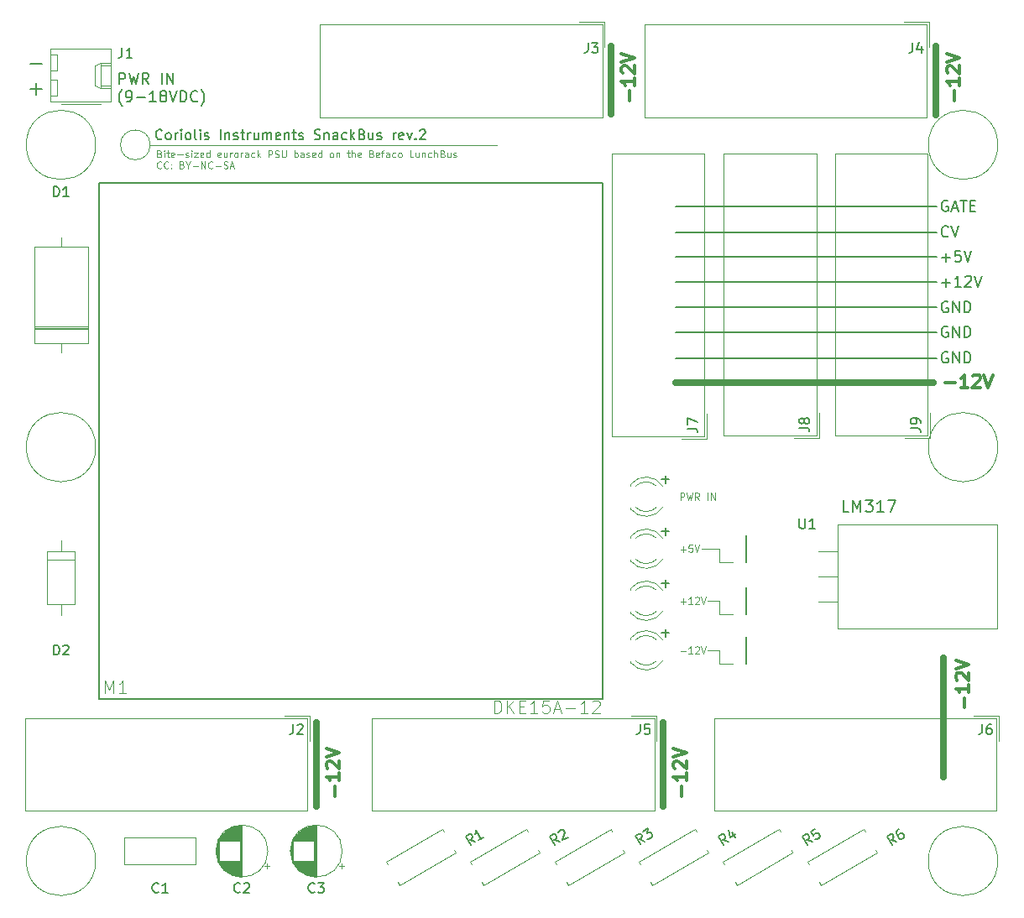
<source format=gbr>
G04 #@! TF.GenerationSoftware,KiCad,Pcbnew,(5.0.2)-1*
G04 #@! TF.CreationDate,2019-03-10T17:56:26+01:00*
G04 #@! TF.ProjectId,SnackBus_PSU,536e6163-6b42-4757-935f-5053552e6b69,rev?*
G04 #@! TF.SameCoordinates,Original*
G04 #@! TF.FileFunction,Legend,Top*
G04 #@! TF.FilePolarity,Positive*
%FSLAX46Y46*%
G04 Gerber Fmt 4.6, Leading zero omitted, Abs format (unit mm)*
G04 Created by KiCad (PCBNEW (5.0.2)-1) date 10-3-2019 17:56:26*
%MOMM*%
%LPD*%
G01*
G04 APERTURE LIST*
%ADD10C,0.100000*%
%ADD11C,0.300000*%
%ADD12C,0.700000*%
%ADD13C,0.150000*%
%ADD14C,0.200000*%
%ADD15C,0.075000*%
%ADD16C,0.120000*%
%ADD17C,0.127000*%
%ADD18C,0.101600*%
G04 APERTURE END LIST*
D10*
X70420000Y-61750000D02*
X69220000Y-61750000D01*
D11*
X95092857Y-67540476D02*
X95092857Y-66550000D01*
X95588095Y-65250000D02*
X95588095Y-65992857D01*
X95588095Y-65621428D02*
X94288095Y-65621428D01*
X94473809Y-65745238D01*
X94597619Y-65869047D01*
X94659523Y-65992857D01*
X94411904Y-64754761D02*
X94350000Y-64692857D01*
X94288095Y-64569047D01*
X94288095Y-64259523D01*
X94350000Y-64135714D01*
X94411904Y-64073809D01*
X94535714Y-64011904D01*
X94659523Y-64011904D01*
X94845238Y-64073809D01*
X95588095Y-64816666D01*
X95588095Y-64011904D01*
X94288095Y-63640476D02*
X95588095Y-63207142D01*
X94288095Y-62773809D01*
D12*
X93000000Y-74500000D02*
X93000000Y-62500000D01*
D11*
X66592857Y-76440476D02*
X66592857Y-75450000D01*
X67088095Y-74150000D02*
X67088095Y-74892857D01*
X67088095Y-74521428D02*
X65788095Y-74521428D01*
X65973809Y-74645238D01*
X66097619Y-74769047D01*
X66159523Y-74892857D01*
X65911904Y-73654761D02*
X65850000Y-73592857D01*
X65788095Y-73469047D01*
X65788095Y-73159523D01*
X65850000Y-73035714D01*
X65911904Y-72973809D01*
X66035714Y-72911904D01*
X66159523Y-72911904D01*
X66345238Y-72973809D01*
X67088095Y-73716666D01*
X67088095Y-72911904D01*
X65788095Y-72540476D02*
X67088095Y-72107142D01*
X65788095Y-71673809D01*
D12*
X64750000Y-77500000D02*
X64750000Y-69000000D01*
X29750000Y-77500000D02*
X29750000Y-69000000D01*
D11*
X31592857Y-76440476D02*
X31592857Y-75450000D01*
X32088095Y-74150000D02*
X32088095Y-74892857D01*
X32088095Y-74521428D02*
X30788095Y-74521428D01*
X30973809Y-74645238D01*
X31097619Y-74769047D01*
X31159523Y-74892857D01*
X30911904Y-73654761D02*
X30850000Y-73592857D01*
X30788095Y-73469047D01*
X30788095Y-73159523D01*
X30850000Y-73035714D01*
X30911904Y-72973809D01*
X31035714Y-72911904D01*
X31159523Y-72911904D01*
X31345238Y-72973809D01*
X32088095Y-73716666D01*
X32088095Y-72911904D01*
X30788095Y-72540476D02*
X32088095Y-72107142D01*
X30788095Y-71673809D01*
D10*
X98500000Y-83000000D02*
G75*
G03X98500000Y-83000000I-3500000J0D01*
G01*
X7500000Y-83000000D02*
G75*
G03X7500000Y-83000000I-3500000J0D01*
G01*
X7500000Y-41250000D02*
G75*
G03X7500000Y-41250000I-3500000J0D01*
G01*
X7500000Y-10750000D02*
G75*
G03X7500000Y-10750000I-3500000J0D01*
G01*
X98500000Y-10750000D02*
G75*
G03X98500000Y-10750000I-3500000J0D01*
G01*
X98500000Y-41250000D02*
G75*
G03X98500000Y-41250000I-3500000J0D01*
G01*
X70400000Y-56750000D02*
X69200000Y-56750000D01*
X70400000Y-51500000D02*
X68600000Y-51500000D01*
X66481666Y-61800000D02*
X67015000Y-61800000D01*
X67715000Y-62066666D02*
X67315000Y-62066666D01*
X67515000Y-62066666D02*
X67515000Y-61366666D01*
X67448333Y-61466666D01*
X67381666Y-61533333D01*
X67315000Y-61566666D01*
X67981666Y-61433333D02*
X68015000Y-61400000D01*
X68081666Y-61366666D01*
X68248333Y-61366666D01*
X68315000Y-61400000D01*
X68348333Y-61433333D01*
X68381666Y-61500000D01*
X68381666Y-61566666D01*
X68348333Y-61666666D01*
X67948333Y-62066666D01*
X68381666Y-62066666D01*
X68581666Y-61366666D02*
X68815000Y-62066666D01*
X69048333Y-61366666D01*
X66481666Y-56800000D02*
X67015000Y-56800000D01*
X66748333Y-57066666D02*
X66748333Y-56533333D01*
X67715000Y-57066666D02*
X67315000Y-57066666D01*
X67515000Y-57066666D02*
X67515000Y-56366666D01*
X67448333Y-56466666D01*
X67381666Y-56533333D01*
X67315000Y-56566666D01*
X67981666Y-56433333D02*
X68015000Y-56400000D01*
X68081666Y-56366666D01*
X68248333Y-56366666D01*
X68315000Y-56400000D01*
X68348333Y-56433333D01*
X68381666Y-56500000D01*
X68381666Y-56566666D01*
X68348333Y-56666666D01*
X67948333Y-57066666D01*
X68381666Y-57066666D01*
X68581666Y-56366666D02*
X68815000Y-57066666D01*
X69048333Y-56366666D01*
X13000000Y-10750000D02*
G75*
G03X13000000Y-10750000I-1500000J0D01*
G01*
D12*
X92250000Y-7750000D02*
X92250000Y-750000D01*
X59500000Y-7650000D02*
X59500000Y-750000D01*
D11*
X94142857Y-6290476D02*
X94142857Y-5300000D01*
X94638095Y-4000000D02*
X94638095Y-4742857D01*
X94638095Y-4371428D02*
X93338095Y-4371428D01*
X93523809Y-4495238D01*
X93647619Y-4619047D01*
X93709523Y-4742857D01*
X93461904Y-3504761D02*
X93400000Y-3442857D01*
X93338095Y-3319047D01*
X93338095Y-3009523D01*
X93400000Y-2885714D01*
X93461904Y-2823809D01*
X93585714Y-2761904D01*
X93709523Y-2761904D01*
X93895238Y-2823809D01*
X94638095Y-3566666D01*
X94638095Y-2761904D01*
X93338095Y-2390476D02*
X94638095Y-1957142D01*
X93338095Y-1523809D01*
X61342857Y-6290476D02*
X61342857Y-5300000D01*
X61838095Y-4000000D02*
X61838095Y-4742857D01*
X61838095Y-4371428D02*
X60538095Y-4371428D01*
X60723809Y-4495238D01*
X60847619Y-4619047D01*
X60909523Y-4742857D01*
X60661904Y-3504761D02*
X60600000Y-3442857D01*
X60538095Y-3319047D01*
X60538095Y-3009523D01*
X60600000Y-2885714D01*
X60661904Y-2823809D01*
X60785714Y-2761904D01*
X60909523Y-2761904D01*
X61095238Y-2823809D01*
X61838095Y-3566666D01*
X61838095Y-2761904D01*
X60538095Y-2390476D02*
X61838095Y-1957142D01*
X60538095Y-1523809D01*
X93209523Y-34742857D02*
X94200000Y-34742857D01*
X95500000Y-35238095D02*
X94757142Y-35238095D01*
X95128571Y-35238095D02*
X95128571Y-33938095D01*
X95004761Y-34123809D01*
X94880952Y-34247619D01*
X94757142Y-34309523D01*
X95995238Y-34061904D02*
X96057142Y-34000000D01*
X96180952Y-33938095D01*
X96490476Y-33938095D01*
X96614285Y-34000000D01*
X96676190Y-34061904D01*
X96738095Y-34185714D01*
X96738095Y-34309523D01*
X96676190Y-34495238D01*
X95933333Y-35238095D01*
X96738095Y-35238095D01*
X97109523Y-33938095D02*
X97542857Y-35238095D01*
X97976190Y-33938095D01*
D12*
X66000000Y-34750000D02*
X92000000Y-34750000D01*
D13*
X93435595Y-16400000D02*
X93330833Y-16347619D01*
X93173690Y-16347619D01*
X93016547Y-16400000D01*
X92911785Y-16504761D01*
X92859404Y-16609523D01*
X92807023Y-16819047D01*
X92807023Y-16976190D01*
X92859404Y-17185714D01*
X92911785Y-17290476D01*
X93016547Y-17395238D01*
X93173690Y-17447619D01*
X93278452Y-17447619D01*
X93435595Y-17395238D01*
X93487976Y-17342857D01*
X93487976Y-16976190D01*
X93278452Y-16976190D01*
X93907023Y-17133333D02*
X94430833Y-17133333D01*
X93802261Y-17447619D02*
X94168928Y-16347619D01*
X94535595Y-17447619D01*
X94745119Y-16347619D02*
X95373690Y-16347619D01*
X95059404Y-17447619D02*
X95059404Y-16347619D01*
X95740357Y-16871428D02*
X96107023Y-16871428D01*
X96264166Y-17447619D02*
X95740357Y-17447619D01*
X95740357Y-16347619D01*
X96264166Y-16347619D01*
X93435595Y-31700000D02*
X93330833Y-31647619D01*
X93173690Y-31647619D01*
X93016547Y-31700000D01*
X92911785Y-31804761D01*
X92859404Y-31909523D01*
X92807023Y-32119047D01*
X92807023Y-32276190D01*
X92859404Y-32485714D01*
X92911785Y-32590476D01*
X93016547Y-32695238D01*
X93173690Y-32747619D01*
X93278452Y-32747619D01*
X93435595Y-32695238D01*
X93487976Y-32642857D01*
X93487976Y-32276190D01*
X93278452Y-32276190D01*
X93959404Y-32747619D02*
X93959404Y-31647619D01*
X94587976Y-32747619D01*
X94587976Y-31647619D01*
X95111785Y-32747619D02*
X95111785Y-31647619D01*
X95373690Y-31647619D01*
X95530833Y-31700000D01*
X95635595Y-31804761D01*
X95687976Y-31909523D01*
X95740357Y-32119047D01*
X95740357Y-32276190D01*
X95687976Y-32485714D01*
X95635595Y-32590476D01*
X95530833Y-32695238D01*
X95373690Y-32747619D01*
X95111785Y-32747619D01*
X92859404Y-22128571D02*
X93697500Y-22128571D01*
X93278452Y-22547619D02*
X93278452Y-21709523D01*
X94745119Y-21447619D02*
X94221309Y-21447619D01*
X94168928Y-21971428D01*
X94221309Y-21919047D01*
X94326071Y-21866666D01*
X94587976Y-21866666D01*
X94692738Y-21919047D01*
X94745119Y-21971428D01*
X94797500Y-22076190D01*
X94797500Y-22338095D01*
X94745119Y-22442857D01*
X94692738Y-22495238D01*
X94587976Y-22547619D01*
X94326071Y-22547619D01*
X94221309Y-22495238D01*
X94168928Y-22442857D01*
X95111785Y-21447619D02*
X95478452Y-22547619D01*
X95845119Y-21447619D01*
X92859404Y-24628571D02*
X93697500Y-24628571D01*
X93278452Y-25047619D02*
X93278452Y-24209523D01*
X94797500Y-25047619D02*
X94168928Y-25047619D01*
X94483214Y-25047619D02*
X94483214Y-23947619D01*
X94378452Y-24104761D01*
X94273690Y-24209523D01*
X94168928Y-24261904D01*
X95216547Y-24052380D02*
X95268928Y-24000000D01*
X95373690Y-23947619D01*
X95635595Y-23947619D01*
X95740357Y-24000000D01*
X95792738Y-24052380D01*
X95845119Y-24157142D01*
X95845119Y-24261904D01*
X95792738Y-24419047D01*
X95164166Y-25047619D01*
X95845119Y-25047619D01*
X96159404Y-23947619D02*
X96526071Y-25047619D01*
X96892738Y-23947619D01*
X93435595Y-26600000D02*
X93330833Y-26547619D01*
X93173690Y-26547619D01*
X93016547Y-26600000D01*
X92911785Y-26704761D01*
X92859404Y-26809523D01*
X92807023Y-27019047D01*
X92807023Y-27176190D01*
X92859404Y-27385714D01*
X92911785Y-27490476D01*
X93016547Y-27595238D01*
X93173690Y-27647619D01*
X93278452Y-27647619D01*
X93435595Y-27595238D01*
X93487976Y-27542857D01*
X93487976Y-27176190D01*
X93278452Y-27176190D01*
X93959404Y-27647619D02*
X93959404Y-26547619D01*
X94587976Y-27647619D01*
X94587976Y-26547619D01*
X95111785Y-27647619D02*
X95111785Y-26547619D01*
X95373690Y-26547619D01*
X95530833Y-26600000D01*
X95635595Y-26704761D01*
X95687976Y-26809523D01*
X95740357Y-27019047D01*
X95740357Y-27176190D01*
X95687976Y-27385714D01*
X95635595Y-27490476D01*
X95530833Y-27595238D01*
X95373690Y-27647619D01*
X95111785Y-27647619D01*
X93487976Y-19942857D02*
X93435595Y-19995238D01*
X93278452Y-20047619D01*
X93173690Y-20047619D01*
X93016547Y-19995238D01*
X92911785Y-19890476D01*
X92859404Y-19785714D01*
X92807023Y-19576190D01*
X92807023Y-19419047D01*
X92859404Y-19209523D01*
X92911785Y-19104761D01*
X93016547Y-19000000D01*
X93173690Y-18947619D01*
X93278452Y-18947619D01*
X93435595Y-19000000D01*
X93487976Y-19052380D01*
X93802261Y-18947619D02*
X94168928Y-20047619D01*
X94535595Y-18947619D01*
X93435595Y-29100000D02*
X93330833Y-29047619D01*
X93173690Y-29047619D01*
X93016547Y-29100000D01*
X92911785Y-29204761D01*
X92859404Y-29309523D01*
X92807023Y-29519047D01*
X92807023Y-29676190D01*
X92859404Y-29885714D01*
X92911785Y-29990476D01*
X93016547Y-30095238D01*
X93173690Y-30147619D01*
X93278452Y-30147619D01*
X93435595Y-30095238D01*
X93487976Y-30042857D01*
X93487976Y-29676190D01*
X93278452Y-29676190D01*
X93959404Y-30147619D02*
X93959404Y-29047619D01*
X94587976Y-30147619D01*
X94587976Y-29047619D01*
X95111785Y-30147619D02*
X95111785Y-29047619D01*
X95373690Y-29047619D01*
X95530833Y-29100000D01*
X95635595Y-29204761D01*
X95687976Y-29309523D01*
X95740357Y-29519047D01*
X95740357Y-29676190D01*
X95687976Y-29885714D01*
X95635595Y-29990476D01*
X95530833Y-30095238D01*
X95373690Y-30147619D01*
X95111785Y-30147619D01*
D14*
X92300000Y-16950000D02*
X66000000Y-16950000D01*
X92300000Y-22050000D02*
X66000000Y-22050000D01*
X92300000Y-24550000D02*
X66000000Y-24550000D01*
X92300000Y-29650000D02*
X66000000Y-29650000D01*
X92300000Y-32250000D02*
X66000000Y-32250000D01*
X92300000Y-27150000D02*
X66000000Y-27150000D01*
X92300000Y-19550000D02*
X66000000Y-19550000D01*
X928571Y-2607142D02*
X2071428Y-2607142D01*
X928571Y-5107142D02*
X2071428Y-5107142D01*
X1500000Y-5678571D02*
X1500000Y-4535714D01*
D13*
X9859404Y-4597619D02*
X9859404Y-3497619D01*
X10278452Y-3497619D01*
X10383214Y-3550000D01*
X10435595Y-3602380D01*
X10487976Y-3707142D01*
X10487976Y-3864285D01*
X10435595Y-3969047D01*
X10383214Y-4021428D01*
X10278452Y-4073809D01*
X9859404Y-4073809D01*
X10854642Y-3497619D02*
X11116547Y-4597619D01*
X11326071Y-3811904D01*
X11535595Y-4597619D01*
X11797500Y-3497619D01*
X12845119Y-4597619D02*
X12478452Y-4073809D01*
X12216547Y-4597619D02*
X12216547Y-3497619D01*
X12635595Y-3497619D01*
X12740357Y-3550000D01*
X12792738Y-3602380D01*
X12845119Y-3707142D01*
X12845119Y-3864285D01*
X12792738Y-3969047D01*
X12740357Y-4021428D01*
X12635595Y-4073809D01*
X12216547Y-4073809D01*
X14154642Y-4597619D02*
X14154642Y-3497619D01*
X14678452Y-4597619D02*
X14678452Y-3497619D01*
X15307023Y-4597619D01*
X15307023Y-3497619D01*
X10173690Y-6816666D02*
X10121309Y-6764285D01*
X10016547Y-6607142D01*
X9964166Y-6502380D01*
X9911785Y-6345238D01*
X9859404Y-6083333D01*
X9859404Y-5873809D01*
X9911785Y-5611904D01*
X9964166Y-5454761D01*
X10016547Y-5350000D01*
X10121309Y-5192857D01*
X10173690Y-5140476D01*
X10645119Y-6397619D02*
X10854642Y-6397619D01*
X10959404Y-6345238D01*
X11011785Y-6292857D01*
X11116547Y-6135714D01*
X11168928Y-5926190D01*
X11168928Y-5507142D01*
X11116547Y-5402380D01*
X11064166Y-5350000D01*
X10959404Y-5297619D01*
X10749880Y-5297619D01*
X10645119Y-5350000D01*
X10592738Y-5402380D01*
X10540357Y-5507142D01*
X10540357Y-5769047D01*
X10592738Y-5873809D01*
X10645119Y-5926190D01*
X10749880Y-5978571D01*
X10959404Y-5978571D01*
X11064166Y-5926190D01*
X11116547Y-5873809D01*
X11168928Y-5769047D01*
X11640357Y-5978571D02*
X12478452Y-5978571D01*
X13578452Y-6397619D02*
X12949880Y-6397619D01*
X13264166Y-6397619D02*
X13264166Y-5297619D01*
X13159404Y-5454761D01*
X13054642Y-5559523D01*
X12949880Y-5611904D01*
X14207023Y-5769047D02*
X14102261Y-5716666D01*
X14049880Y-5664285D01*
X13997500Y-5559523D01*
X13997500Y-5507142D01*
X14049880Y-5402380D01*
X14102261Y-5350000D01*
X14207023Y-5297619D01*
X14416547Y-5297619D01*
X14521309Y-5350000D01*
X14573690Y-5402380D01*
X14626071Y-5507142D01*
X14626071Y-5559523D01*
X14573690Y-5664285D01*
X14521309Y-5716666D01*
X14416547Y-5769047D01*
X14207023Y-5769047D01*
X14102261Y-5821428D01*
X14049880Y-5873809D01*
X13997500Y-5978571D01*
X13997500Y-6188095D01*
X14049880Y-6292857D01*
X14102261Y-6345238D01*
X14207023Y-6397619D01*
X14416547Y-6397619D01*
X14521309Y-6345238D01*
X14573690Y-6292857D01*
X14626071Y-6188095D01*
X14626071Y-5978571D01*
X14573690Y-5873809D01*
X14521309Y-5821428D01*
X14416547Y-5769047D01*
X14940357Y-5297619D02*
X15307023Y-6397619D01*
X15673690Y-5297619D01*
X16040357Y-6397619D02*
X16040357Y-5297619D01*
X16302261Y-5297619D01*
X16459404Y-5350000D01*
X16564166Y-5454761D01*
X16616547Y-5559523D01*
X16668928Y-5769047D01*
X16668928Y-5926190D01*
X16616547Y-6135714D01*
X16564166Y-6240476D01*
X16459404Y-6345238D01*
X16302261Y-6397619D01*
X16040357Y-6397619D01*
X17768928Y-6292857D02*
X17716547Y-6345238D01*
X17559404Y-6397619D01*
X17454642Y-6397619D01*
X17297500Y-6345238D01*
X17192738Y-6240476D01*
X17140357Y-6135714D01*
X17087976Y-5926190D01*
X17087976Y-5769047D01*
X17140357Y-5559523D01*
X17192738Y-5454761D01*
X17297500Y-5350000D01*
X17454642Y-5297619D01*
X17559404Y-5297619D01*
X17716547Y-5350000D01*
X17768928Y-5402380D01*
X18135595Y-6816666D02*
X18187976Y-6764285D01*
X18292738Y-6607142D01*
X18345119Y-6502380D01*
X18397500Y-6345238D01*
X18449880Y-6083333D01*
X18449880Y-5873809D01*
X18397500Y-5611904D01*
X18345119Y-5454761D01*
X18292738Y-5350000D01*
X18187976Y-5192857D01*
X18135595Y-5140476D01*
D10*
X13000000Y-10750000D02*
X48000000Y-10750000D01*
D15*
X13948750Y-11637500D02*
X14048750Y-11670833D01*
X14082083Y-11704166D01*
X14115416Y-11770833D01*
X14115416Y-11870833D01*
X14082083Y-11937500D01*
X14048750Y-11970833D01*
X13982083Y-12004166D01*
X13715416Y-12004166D01*
X13715416Y-11304166D01*
X13948750Y-11304166D01*
X14015416Y-11337500D01*
X14048750Y-11370833D01*
X14082083Y-11437500D01*
X14082083Y-11504166D01*
X14048750Y-11570833D01*
X14015416Y-11604166D01*
X13948750Y-11637500D01*
X13715416Y-11637500D01*
X14415416Y-12004166D02*
X14415416Y-11537500D01*
X14415416Y-11304166D02*
X14382083Y-11337500D01*
X14415416Y-11370833D01*
X14448750Y-11337500D01*
X14415416Y-11304166D01*
X14415416Y-11370833D01*
X14648750Y-11537500D02*
X14915416Y-11537500D01*
X14748750Y-11304166D02*
X14748750Y-11904166D01*
X14782083Y-11970833D01*
X14848750Y-12004166D01*
X14915416Y-12004166D01*
X15415416Y-11970833D02*
X15348750Y-12004166D01*
X15215416Y-12004166D01*
X15148750Y-11970833D01*
X15115416Y-11904166D01*
X15115416Y-11637500D01*
X15148750Y-11570833D01*
X15215416Y-11537500D01*
X15348750Y-11537500D01*
X15415416Y-11570833D01*
X15448750Y-11637500D01*
X15448750Y-11704166D01*
X15115416Y-11770833D01*
X15748750Y-11737500D02*
X16282083Y-11737500D01*
X16582083Y-11970833D02*
X16648750Y-12004166D01*
X16782083Y-12004166D01*
X16848750Y-11970833D01*
X16882083Y-11904166D01*
X16882083Y-11870833D01*
X16848750Y-11804166D01*
X16782083Y-11770833D01*
X16682083Y-11770833D01*
X16615416Y-11737500D01*
X16582083Y-11670833D01*
X16582083Y-11637500D01*
X16615416Y-11570833D01*
X16682083Y-11537500D01*
X16782083Y-11537500D01*
X16848750Y-11570833D01*
X17182083Y-12004166D02*
X17182083Y-11537500D01*
X17182083Y-11304166D02*
X17148750Y-11337500D01*
X17182083Y-11370833D01*
X17215416Y-11337500D01*
X17182083Y-11304166D01*
X17182083Y-11370833D01*
X17448750Y-11537500D02*
X17815416Y-11537500D01*
X17448750Y-12004166D01*
X17815416Y-12004166D01*
X18348750Y-11970833D02*
X18282083Y-12004166D01*
X18148750Y-12004166D01*
X18082083Y-11970833D01*
X18048750Y-11904166D01*
X18048750Y-11637500D01*
X18082083Y-11570833D01*
X18148750Y-11537500D01*
X18282083Y-11537500D01*
X18348750Y-11570833D01*
X18382083Y-11637500D01*
X18382083Y-11704166D01*
X18048750Y-11770833D01*
X18982083Y-12004166D02*
X18982083Y-11304166D01*
X18982083Y-11970833D02*
X18915416Y-12004166D01*
X18782083Y-12004166D01*
X18715416Y-11970833D01*
X18682083Y-11937500D01*
X18648750Y-11870833D01*
X18648750Y-11670833D01*
X18682083Y-11604166D01*
X18715416Y-11570833D01*
X18782083Y-11537500D01*
X18915416Y-11537500D01*
X18982083Y-11570833D01*
X20115416Y-11970833D02*
X20048750Y-12004166D01*
X19915416Y-12004166D01*
X19848750Y-11970833D01*
X19815416Y-11904166D01*
X19815416Y-11637500D01*
X19848750Y-11570833D01*
X19915416Y-11537500D01*
X20048750Y-11537500D01*
X20115416Y-11570833D01*
X20148750Y-11637500D01*
X20148750Y-11704166D01*
X19815416Y-11770833D01*
X20748750Y-11537500D02*
X20748750Y-12004166D01*
X20448750Y-11537500D02*
X20448750Y-11904166D01*
X20482083Y-11970833D01*
X20548750Y-12004166D01*
X20648750Y-12004166D01*
X20715416Y-11970833D01*
X20748750Y-11937500D01*
X21082083Y-12004166D02*
X21082083Y-11537500D01*
X21082083Y-11670833D02*
X21115416Y-11604166D01*
X21148750Y-11570833D01*
X21215416Y-11537500D01*
X21282083Y-11537500D01*
X21615416Y-12004166D02*
X21548750Y-11970833D01*
X21515416Y-11937500D01*
X21482083Y-11870833D01*
X21482083Y-11670833D01*
X21515416Y-11604166D01*
X21548750Y-11570833D01*
X21615416Y-11537500D01*
X21715416Y-11537500D01*
X21782083Y-11570833D01*
X21815416Y-11604166D01*
X21848750Y-11670833D01*
X21848750Y-11870833D01*
X21815416Y-11937500D01*
X21782083Y-11970833D01*
X21715416Y-12004166D01*
X21615416Y-12004166D01*
X22148750Y-12004166D02*
X22148750Y-11537500D01*
X22148750Y-11670833D02*
X22182083Y-11604166D01*
X22215416Y-11570833D01*
X22282083Y-11537500D01*
X22348750Y-11537500D01*
X22882083Y-12004166D02*
X22882083Y-11637500D01*
X22848750Y-11570833D01*
X22782083Y-11537500D01*
X22648750Y-11537500D01*
X22582083Y-11570833D01*
X22882083Y-11970833D02*
X22815416Y-12004166D01*
X22648750Y-12004166D01*
X22582083Y-11970833D01*
X22548750Y-11904166D01*
X22548750Y-11837500D01*
X22582083Y-11770833D01*
X22648750Y-11737500D01*
X22815416Y-11737500D01*
X22882083Y-11704166D01*
X23515416Y-11970833D02*
X23448750Y-12004166D01*
X23315416Y-12004166D01*
X23248750Y-11970833D01*
X23215416Y-11937500D01*
X23182083Y-11870833D01*
X23182083Y-11670833D01*
X23215416Y-11604166D01*
X23248750Y-11570833D01*
X23315416Y-11537500D01*
X23448750Y-11537500D01*
X23515416Y-11570833D01*
X23815416Y-12004166D02*
X23815416Y-11304166D01*
X23882083Y-11737500D02*
X24082083Y-12004166D01*
X24082083Y-11537500D02*
X23815416Y-11804166D01*
X24915416Y-12004166D02*
X24915416Y-11304166D01*
X25182083Y-11304166D01*
X25248750Y-11337500D01*
X25282083Y-11370833D01*
X25315416Y-11437500D01*
X25315416Y-11537500D01*
X25282083Y-11604166D01*
X25248750Y-11637500D01*
X25182083Y-11670833D01*
X24915416Y-11670833D01*
X25582083Y-11970833D02*
X25682083Y-12004166D01*
X25848750Y-12004166D01*
X25915416Y-11970833D01*
X25948750Y-11937500D01*
X25982083Y-11870833D01*
X25982083Y-11804166D01*
X25948750Y-11737500D01*
X25915416Y-11704166D01*
X25848750Y-11670833D01*
X25715416Y-11637500D01*
X25648750Y-11604166D01*
X25615416Y-11570833D01*
X25582083Y-11504166D01*
X25582083Y-11437500D01*
X25615416Y-11370833D01*
X25648750Y-11337500D01*
X25715416Y-11304166D01*
X25882083Y-11304166D01*
X25982083Y-11337500D01*
X26282083Y-11304166D02*
X26282083Y-11870833D01*
X26315416Y-11937500D01*
X26348750Y-11970833D01*
X26415416Y-12004166D01*
X26548750Y-12004166D01*
X26615416Y-11970833D01*
X26648750Y-11937500D01*
X26682083Y-11870833D01*
X26682083Y-11304166D01*
X27548750Y-12004166D02*
X27548750Y-11304166D01*
X27548750Y-11570833D02*
X27615416Y-11537500D01*
X27748750Y-11537500D01*
X27815416Y-11570833D01*
X27848750Y-11604166D01*
X27882083Y-11670833D01*
X27882083Y-11870833D01*
X27848750Y-11937500D01*
X27815416Y-11970833D01*
X27748750Y-12004166D01*
X27615416Y-12004166D01*
X27548750Y-11970833D01*
X28482083Y-12004166D02*
X28482083Y-11637500D01*
X28448750Y-11570833D01*
X28382083Y-11537500D01*
X28248750Y-11537500D01*
X28182083Y-11570833D01*
X28482083Y-11970833D02*
X28415416Y-12004166D01*
X28248750Y-12004166D01*
X28182083Y-11970833D01*
X28148750Y-11904166D01*
X28148750Y-11837500D01*
X28182083Y-11770833D01*
X28248750Y-11737500D01*
X28415416Y-11737500D01*
X28482083Y-11704166D01*
X28782083Y-11970833D02*
X28848750Y-12004166D01*
X28982083Y-12004166D01*
X29048750Y-11970833D01*
X29082083Y-11904166D01*
X29082083Y-11870833D01*
X29048750Y-11804166D01*
X28982083Y-11770833D01*
X28882083Y-11770833D01*
X28815416Y-11737500D01*
X28782083Y-11670833D01*
X28782083Y-11637500D01*
X28815416Y-11570833D01*
X28882083Y-11537500D01*
X28982083Y-11537500D01*
X29048750Y-11570833D01*
X29648750Y-11970833D02*
X29582083Y-12004166D01*
X29448750Y-12004166D01*
X29382083Y-11970833D01*
X29348750Y-11904166D01*
X29348750Y-11637500D01*
X29382083Y-11570833D01*
X29448750Y-11537500D01*
X29582083Y-11537500D01*
X29648750Y-11570833D01*
X29682083Y-11637500D01*
X29682083Y-11704166D01*
X29348750Y-11770833D01*
X30282083Y-12004166D02*
X30282083Y-11304166D01*
X30282083Y-11970833D02*
X30215416Y-12004166D01*
X30082083Y-12004166D01*
X30015416Y-11970833D01*
X29982083Y-11937500D01*
X29948750Y-11870833D01*
X29948750Y-11670833D01*
X29982083Y-11604166D01*
X30015416Y-11570833D01*
X30082083Y-11537500D01*
X30215416Y-11537500D01*
X30282083Y-11570833D01*
X31248750Y-12004166D02*
X31182083Y-11970833D01*
X31148750Y-11937500D01*
X31115416Y-11870833D01*
X31115416Y-11670833D01*
X31148750Y-11604166D01*
X31182083Y-11570833D01*
X31248750Y-11537500D01*
X31348750Y-11537500D01*
X31415416Y-11570833D01*
X31448750Y-11604166D01*
X31482083Y-11670833D01*
X31482083Y-11870833D01*
X31448750Y-11937500D01*
X31415416Y-11970833D01*
X31348750Y-12004166D01*
X31248750Y-12004166D01*
X31782083Y-11537500D02*
X31782083Y-12004166D01*
X31782083Y-11604166D02*
X31815416Y-11570833D01*
X31882083Y-11537500D01*
X31982083Y-11537500D01*
X32048749Y-11570833D01*
X32082083Y-11637500D01*
X32082083Y-12004166D01*
X32848749Y-11537500D02*
X33115416Y-11537500D01*
X32948749Y-11304166D02*
X32948749Y-11904166D01*
X32982083Y-11970833D01*
X33048749Y-12004166D01*
X33115416Y-12004166D01*
X33348749Y-12004166D02*
X33348749Y-11304166D01*
X33648750Y-12004166D02*
X33648750Y-11637500D01*
X33615416Y-11570833D01*
X33548749Y-11537500D01*
X33448749Y-11537500D01*
X33382083Y-11570833D01*
X33348749Y-11604166D01*
X34248749Y-11970833D02*
X34182083Y-12004166D01*
X34048749Y-12004166D01*
X33982083Y-11970833D01*
X33948749Y-11904166D01*
X33948749Y-11637500D01*
X33982083Y-11570833D01*
X34048749Y-11537500D01*
X34182083Y-11537500D01*
X34248749Y-11570833D01*
X34282083Y-11637500D01*
X34282083Y-11704166D01*
X33948749Y-11770833D01*
X35348749Y-11637500D02*
X35448749Y-11670833D01*
X35482083Y-11704166D01*
X35515416Y-11770833D01*
X35515416Y-11870833D01*
X35482083Y-11937500D01*
X35448749Y-11970833D01*
X35382083Y-12004166D01*
X35115416Y-12004166D01*
X35115416Y-11304166D01*
X35348749Y-11304166D01*
X35415416Y-11337500D01*
X35448749Y-11370833D01*
X35482083Y-11437500D01*
X35482083Y-11504166D01*
X35448749Y-11570833D01*
X35415416Y-11604166D01*
X35348749Y-11637500D01*
X35115416Y-11637500D01*
X36082083Y-11970833D02*
X36015416Y-12004166D01*
X35882083Y-12004166D01*
X35815416Y-11970833D01*
X35782083Y-11904166D01*
X35782083Y-11637500D01*
X35815416Y-11570833D01*
X35882083Y-11537500D01*
X36015416Y-11537500D01*
X36082083Y-11570833D01*
X36115416Y-11637500D01*
X36115416Y-11704166D01*
X35782083Y-11770833D01*
X36315416Y-11537500D02*
X36582083Y-11537500D01*
X36415416Y-12004166D02*
X36415416Y-11404166D01*
X36448749Y-11337500D01*
X36515416Y-11304166D01*
X36582083Y-11304166D01*
X37115416Y-12004166D02*
X37115416Y-11637500D01*
X37082083Y-11570833D01*
X37015416Y-11537500D01*
X36882083Y-11537500D01*
X36815416Y-11570833D01*
X37115416Y-11970833D02*
X37048749Y-12004166D01*
X36882083Y-12004166D01*
X36815416Y-11970833D01*
X36782083Y-11904166D01*
X36782083Y-11837500D01*
X36815416Y-11770833D01*
X36882083Y-11737500D01*
X37048749Y-11737500D01*
X37115416Y-11704166D01*
X37748749Y-11970833D02*
X37682083Y-12004166D01*
X37548749Y-12004166D01*
X37482083Y-11970833D01*
X37448749Y-11937500D01*
X37415416Y-11870833D01*
X37415416Y-11670833D01*
X37448749Y-11604166D01*
X37482083Y-11570833D01*
X37548749Y-11537500D01*
X37682083Y-11537500D01*
X37748749Y-11570833D01*
X38148749Y-12004166D02*
X38082083Y-11970833D01*
X38048749Y-11937500D01*
X38015416Y-11870833D01*
X38015416Y-11670833D01*
X38048749Y-11604166D01*
X38082083Y-11570833D01*
X38148749Y-11537500D01*
X38248749Y-11537500D01*
X38315416Y-11570833D01*
X38348749Y-11604166D01*
X38382083Y-11670833D01*
X38382083Y-11870833D01*
X38348749Y-11937500D01*
X38315416Y-11970833D01*
X38248749Y-12004166D01*
X38148749Y-12004166D01*
X39548749Y-12004166D02*
X39215416Y-12004166D01*
X39215416Y-11304166D01*
X40082083Y-11537500D02*
X40082083Y-12004166D01*
X39782083Y-11537500D02*
X39782083Y-11904166D01*
X39815416Y-11970833D01*
X39882083Y-12004166D01*
X39982083Y-12004166D01*
X40048749Y-11970833D01*
X40082083Y-11937500D01*
X40415416Y-11537500D02*
X40415416Y-12004166D01*
X40415416Y-11604166D02*
X40448749Y-11570833D01*
X40515416Y-11537500D01*
X40615416Y-11537500D01*
X40682083Y-11570833D01*
X40715416Y-11637500D01*
X40715416Y-12004166D01*
X41348749Y-11970833D02*
X41282083Y-12004166D01*
X41148749Y-12004166D01*
X41082083Y-11970833D01*
X41048749Y-11937500D01*
X41015416Y-11870833D01*
X41015416Y-11670833D01*
X41048749Y-11604166D01*
X41082083Y-11570833D01*
X41148749Y-11537500D01*
X41282083Y-11537500D01*
X41348749Y-11570833D01*
X41648749Y-12004166D02*
X41648749Y-11304166D01*
X41948749Y-12004166D02*
X41948749Y-11637500D01*
X41915416Y-11570833D01*
X41848749Y-11537500D01*
X41748749Y-11537500D01*
X41682083Y-11570833D01*
X41648749Y-11604166D01*
X42515416Y-11637500D02*
X42615416Y-11670833D01*
X42648749Y-11704166D01*
X42682083Y-11770833D01*
X42682083Y-11870833D01*
X42648749Y-11937500D01*
X42615416Y-11970833D01*
X42548749Y-12004166D01*
X42282083Y-12004166D01*
X42282083Y-11304166D01*
X42515416Y-11304166D01*
X42582083Y-11337500D01*
X42615416Y-11370833D01*
X42648749Y-11437500D01*
X42648749Y-11504166D01*
X42615416Y-11570833D01*
X42582083Y-11604166D01*
X42515416Y-11637500D01*
X42282083Y-11637500D01*
X43282083Y-11537500D02*
X43282083Y-12004166D01*
X42982083Y-11537500D02*
X42982083Y-11904166D01*
X43015416Y-11970833D01*
X43082083Y-12004166D01*
X43182083Y-12004166D01*
X43248749Y-11970833D01*
X43282083Y-11937500D01*
X43582083Y-11970833D02*
X43648749Y-12004166D01*
X43782083Y-12004166D01*
X43848749Y-11970833D01*
X43882083Y-11904166D01*
X43882083Y-11870833D01*
X43848749Y-11804166D01*
X43782083Y-11770833D01*
X43682083Y-11770833D01*
X43615416Y-11737500D01*
X43582083Y-11670833D01*
X43582083Y-11637500D01*
X43615416Y-11570833D01*
X43682083Y-11537500D01*
X43782083Y-11537500D01*
X43848749Y-11570833D01*
X14115416Y-13062500D02*
X14082083Y-13095833D01*
X13982083Y-13129166D01*
X13915416Y-13129166D01*
X13815416Y-13095833D01*
X13748750Y-13029166D01*
X13715416Y-12962500D01*
X13682083Y-12829166D01*
X13682083Y-12729166D01*
X13715416Y-12595833D01*
X13748750Y-12529166D01*
X13815416Y-12462500D01*
X13915416Y-12429166D01*
X13982083Y-12429166D01*
X14082083Y-12462500D01*
X14115416Y-12495833D01*
X14815416Y-13062500D02*
X14782083Y-13095833D01*
X14682083Y-13129166D01*
X14615416Y-13129166D01*
X14515416Y-13095833D01*
X14448750Y-13029166D01*
X14415416Y-12962500D01*
X14382083Y-12829166D01*
X14382083Y-12729166D01*
X14415416Y-12595833D01*
X14448750Y-12529166D01*
X14515416Y-12462500D01*
X14615416Y-12429166D01*
X14682083Y-12429166D01*
X14782083Y-12462500D01*
X14815416Y-12495833D01*
X15115416Y-13062500D02*
X15148750Y-13095833D01*
X15115416Y-13129166D01*
X15082083Y-13095833D01*
X15115416Y-13062500D01*
X15115416Y-13129166D01*
X15115416Y-12695833D02*
X15148750Y-12729166D01*
X15115416Y-12762500D01*
X15082083Y-12729166D01*
X15115416Y-12695833D01*
X15115416Y-12762500D01*
X16215416Y-12762500D02*
X16315416Y-12795833D01*
X16348750Y-12829166D01*
X16382083Y-12895833D01*
X16382083Y-12995833D01*
X16348750Y-13062500D01*
X16315416Y-13095833D01*
X16248750Y-13129166D01*
X15982083Y-13129166D01*
X15982083Y-12429166D01*
X16215416Y-12429166D01*
X16282083Y-12462500D01*
X16315416Y-12495833D01*
X16348750Y-12562500D01*
X16348750Y-12629166D01*
X16315416Y-12695833D01*
X16282083Y-12729166D01*
X16215416Y-12762500D01*
X15982083Y-12762500D01*
X16815416Y-12795833D02*
X16815416Y-13129166D01*
X16582083Y-12429166D02*
X16815416Y-12795833D01*
X17048750Y-12429166D01*
X17282083Y-12862500D02*
X17815416Y-12862500D01*
X18148750Y-13129166D02*
X18148750Y-12429166D01*
X18548750Y-13129166D01*
X18548750Y-12429166D01*
X19282083Y-13062500D02*
X19248750Y-13095833D01*
X19148750Y-13129166D01*
X19082083Y-13129166D01*
X18982083Y-13095833D01*
X18915416Y-13029166D01*
X18882083Y-12962500D01*
X18848750Y-12829166D01*
X18848750Y-12729166D01*
X18882083Y-12595833D01*
X18915416Y-12529166D01*
X18982083Y-12462500D01*
X19082083Y-12429166D01*
X19148750Y-12429166D01*
X19248750Y-12462500D01*
X19282083Y-12495833D01*
X19582083Y-12862500D02*
X20115416Y-12862500D01*
X20415416Y-13095833D02*
X20515416Y-13129166D01*
X20682083Y-13129166D01*
X20748750Y-13095833D01*
X20782083Y-13062500D01*
X20815416Y-12995833D01*
X20815416Y-12929166D01*
X20782083Y-12862500D01*
X20748750Y-12829166D01*
X20682083Y-12795833D01*
X20548750Y-12762500D01*
X20482083Y-12729166D01*
X20448750Y-12695833D01*
X20415416Y-12629166D01*
X20415416Y-12562500D01*
X20448750Y-12495833D01*
X20482083Y-12462500D01*
X20548750Y-12429166D01*
X20715416Y-12429166D01*
X20815416Y-12462500D01*
X21082083Y-12929166D02*
X21415416Y-12929166D01*
X21015416Y-13129166D02*
X21248750Y-12429166D01*
X21482083Y-13129166D01*
D13*
X83471428Y-47792857D02*
X82900000Y-47792857D01*
X82900000Y-46592857D01*
X83871428Y-47792857D02*
X83871428Y-46592857D01*
X84271428Y-47450000D01*
X84671428Y-46592857D01*
X84671428Y-47792857D01*
X85128571Y-46592857D02*
X85871428Y-46592857D01*
X85471428Y-47050000D01*
X85642857Y-47050000D01*
X85757142Y-47107142D01*
X85814285Y-47164285D01*
X85871428Y-47278571D01*
X85871428Y-47564285D01*
X85814285Y-47678571D01*
X85757142Y-47735714D01*
X85642857Y-47792857D01*
X85300000Y-47792857D01*
X85185714Y-47735714D01*
X85128571Y-47678571D01*
X87014285Y-47792857D02*
X86328571Y-47792857D01*
X86671428Y-47792857D02*
X86671428Y-46592857D01*
X86557142Y-46764285D01*
X86442857Y-46878571D01*
X86328571Y-46935714D01*
X87414285Y-46592857D02*
X88214285Y-46592857D01*
X87700000Y-47792857D01*
D14*
X14189523Y-10107142D02*
X14141904Y-10154761D01*
X13999047Y-10202380D01*
X13903809Y-10202380D01*
X13760952Y-10154761D01*
X13665714Y-10059523D01*
X13618095Y-9964285D01*
X13570476Y-9773809D01*
X13570476Y-9630952D01*
X13618095Y-9440476D01*
X13665714Y-9345238D01*
X13760952Y-9250000D01*
X13903809Y-9202380D01*
X13999047Y-9202380D01*
X14141904Y-9250000D01*
X14189523Y-9297619D01*
X14760952Y-10202380D02*
X14665714Y-10154761D01*
X14618095Y-10107142D01*
X14570476Y-10011904D01*
X14570476Y-9726190D01*
X14618095Y-9630952D01*
X14665714Y-9583333D01*
X14760952Y-9535714D01*
X14903809Y-9535714D01*
X14999047Y-9583333D01*
X15046666Y-9630952D01*
X15094285Y-9726190D01*
X15094285Y-10011904D01*
X15046666Y-10107142D01*
X14999047Y-10154761D01*
X14903809Y-10202380D01*
X14760952Y-10202380D01*
X15522857Y-10202380D02*
X15522857Y-9535714D01*
X15522857Y-9726190D02*
X15570476Y-9630952D01*
X15618095Y-9583333D01*
X15713333Y-9535714D01*
X15808571Y-9535714D01*
X16141904Y-10202380D02*
X16141904Y-9535714D01*
X16141904Y-9202380D02*
X16094285Y-9250000D01*
X16141904Y-9297619D01*
X16189523Y-9250000D01*
X16141904Y-9202380D01*
X16141904Y-9297619D01*
X16760952Y-10202380D02*
X16665714Y-10154761D01*
X16618095Y-10107142D01*
X16570476Y-10011904D01*
X16570476Y-9726190D01*
X16618095Y-9630952D01*
X16665714Y-9583333D01*
X16760952Y-9535714D01*
X16903809Y-9535714D01*
X16999047Y-9583333D01*
X17046666Y-9630952D01*
X17094285Y-9726190D01*
X17094285Y-10011904D01*
X17046666Y-10107142D01*
X16999047Y-10154761D01*
X16903809Y-10202380D01*
X16760952Y-10202380D01*
X17665714Y-10202380D02*
X17570476Y-10154761D01*
X17522857Y-10059523D01*
X17522857Y-9202380D01*
X18046666Y-10202380D02*
X18046666Y-9535714D01*
X18046666Y-9202380D02*
X17999047Y-9250000D01*
X18046666Y-9297619D01*
X18094285Y-9250000D01*
X18046666Y-9202380D01*
X18046666Y-9297619D01*
X18475238Y-10154761D02*
X18570476Y-10202380D01*
X18760952Y-10202380D01*
X18856190Y-10154761D01*
X18903809Y-10059523D01*
X18903809Y-10011904D01*
X18856190Y-9916666D01*
X18760952Y-9869047D01*
X18618095Y-9869047D01*
X18522857Y-9821428D01*
X18475238Y-9726190D01*
X18475238Y-9678571D01*
X18522857Y-9583333D01*
X18618095Y-9535714D01*
X18760952Y-9535714D01*
X18856190Y-9583333D01*
X20094285Y-10202380D02*
X20094285Y-9202380D01*
X20570476Y-9535714D02*
X20570476Y-10202380D01*
X20570476Y-9630952D02*
X20618095Y-9583333D01*
X20713333Y-9535714D01*
X20856190Y-9535714D01*
X20951428Y-9583333D01*
X20999047Y-9678571D01*
X20999047Y-10202380D01*
X21427619Y-10154761D02*
X21522857Y-10202380D01*
X21713333Y-10202380D01*
X21808571Y-10154761D01*
X21856190Y-10059523D01*
X21856190Y-10011904D01*
X21808571Y-9916666D01*
X21713333Y-9869047D01*
X21570476Y-9869047D01*
X21475238Y-9821428D01*
X21427619Y-9726190D01*
X21427619Y-9678571D01*
X21475238Y-9583333D01*
X21570476Y-9535714D01*
X21713333Y-9535714D01*
X21808571Y-9583333D01*
X22141904Y-9535714D02*
X22522857Y-9535714D01*
X22284761Y-9202380D02*
X22284761Y-10059523D01*
X22332380Y-10154761D01*
X22427619Y-10202380D01*
X22522857Y-10202380D01*
X22856190Y-10202380D02*
X22856190Y-9535714D01*
X22856190Y-9726190D02*
X22903809Y-9630952D01*
X22951428Y-9583333D01*
X23046666Y-9535714D01*
X23141904Y-9535714D01*
X23903809Y-9535714D02*
X23903809Y-10202380D01*
X23475238Y-9535714D02*
X23475238Y-10059523D01*
X23522857Y-10154761D01*
X23618095Y-10202380D01*
X23760952Y-10202380D01*
X23856190Y-10154761D01*
X23903809Y-10107142D01*
X24380000Y-10202380D02*
X24380000Y-9535714D01*
X24380000Y-9630952D02*
X24427619Y-9583333D01*
X24522857Y-9535714D01*
X24665714Y-9535714D01*
X24760952Y-9583333D01*
X24808571Y-9678571D01*
X24808571Y-10202380D01*
X24808571Y-9678571D02*
X24856190Y-9583333D01*
X24951428Y-9535714D01*
X25094285Y-9535714D01*
X25189523Y-9583333D01*
X25237142Y-9678571D01*
X25237142Y-10202380D01*
X26094285Y-10154761D02*
X25999047Y-10202380D01*
X25808571Y-10202380D01*
X25713333Y-10154761D01*
X25665714Y-10059523D01*
X25665714Y-9678571D01*
X25713333Y-9583333D01*
X25808571Y-9535714D01*
X25999047Y-9535714D01*
X26094285Y-9583333D01*
X26141904Y-9678571D01*
X26141904Y-9773809D01*
X25665714Y-9869047D01*
X26570476Y-9535714D02*
X26570476Y-10202380D01*
X26570476Y-9630952D02*
X26618095Y-9583333D01*
X26713333Y-9535714D01*
X26856190Y-9535714D01*
X26951428Y-9583333D01*
X26999047Y-9678571D01*
X26999047Y-10202380D01*
X27332380Y-9535714D02*
X27713333Y-9535714D01*
X27475238Y-9202380D02*
X27475238Y-10059523D01*
X27522857Y-10154761D01*
X27618095Y-10202380D01*
X27713333Y-10202380D01*
X27999047Y-10154761D02*
X28094285Y-10202380D01*
X28284761Y-10202380D01*
X28380000Y-10154761D01*
X28427619Y-10059523D01*
X28427619Y-10011904D01*
X28380000Y-9916666D01*
X28284761Y-9869047D01*
X28141904Y-9869047D01*
X28046666Y-9821428D01*
X27999047Y-9726190D01*
X27999047Y-9678571D01*
X28046666Y-9583333D01*
X28141904Y-9535714D01*
X28284761Y-9535714D01*
X28380000Y-9583333D01*
X29570476Y-10154761D02*
X29713333Y-10202380D01*
X29951428Y-10202380D01*
X30046666Y-10154761D01*
X30094285Y-10107142D01*
X30141904Y-10011904D01*
X30141904Y-9916666D01*
X30094285Y-9821428D01*
X30046666Y-9773809D01*
X29951428Y-9726190D01*
X29760952Y-9678571D01*
X29665714Y-9630952D01*
X29618095Y-9583333D01*
X29570476Y-9488095D01*
X29570476Y-9392857D01*
X29618095Y-9297619D01*
X29665714Y-9250000D01*
X29760952Y-9202380D01*
X29999047Y-9202380D01*
X30141904Y-9250000D01*
X30570476Y-9535714D02*
X30570476Y-10202380D01*
X30570476Y-9630952D02*
X30618095Y-9583333D01*
X30713333Y-9535714D01*
X30856190Y-9535714D01*
X30951428Y-9583333D01*
X30999047Y-9678571D01*
X30999047Y-10202380D01*
X31903809Y-10202380D02*
X31903809Y-9678571D01*
X31856190Y-9583333D01*
X31760952Y-9535714D01*
X31570476Y-9535714D01*
X31475238Y-9583333D01*
X31903809Y-10154761D02*
X31808571Y-10202380D01*
X31570476Y-10202380D01*
X31475238Y-10154761D01*
X31427619Y-10059523D01*
X31427619Y-9964285D01*
X31475238Y-9869047D01*
X31570476Y-9821428D01*
X31808571Y-9821428D01*
X31903809Y-9773809D01*
X32808571Y-10154761D02*
X32713333Y-10202380D01*
X32522857Y-10202380D01*
X32427619Y-10154761D01*
X32379999Y-10107142D01*
X32332380Y-10011904D01*
X32332380Y-9726190D01*
X32379999Y-9630952D01*
X32427619Y-9583333D01*
X32522857Y-9535714D01*
X32713333Y-9535714D01*
X32808571Y-9583333D01*
X33237142Y-10202380D02*
X33237142Y-9202380D01*
X33332380Y-9821428D02*
X33618095Y-10202380D01*
X33618095Y-9535714D02*
X33237142Y-9916666D01*
X34380000Y-9678571D02*
X34522857Y-9726190D01*
X34570476Y-9773809D01*
X34618095Y-9869047D01*
X34618095Y-10011904D01*
X34570476Y-10107142D01*
X34522857Y-10154761D01*
X34427619Y-10202380D01*
X34046666Y-10202380D01*
X34046666Y-9202380D01*
X34380000Y-9202380D01*
X34475238Y-9250000D01*
X34522857Y-9297619D01*
X34570476Y-9392857D01*
X34570476Y-9488095D01*
X34522857Y-9583333D01*
X34475238Y-9630952D01*
X34380000Y-9678571D01*
X34046666Y-9678571D01*
X35475238Y-9535714D02*
X35475238Y-10202380D01*
X35046666Y-9535714D02*
X35046666Y-10059523D01*
X35094285Y-10154761D01*
X35189523Y-10202380D01*
X35332380Y-10202380D01*
X35427619Y-10154761D01*
X35475238Y-10107142D01*
X35903809Y-10154761D02*
X35999047Y-10202380D01*
X36189523Y-10202380D01*
X36284761Y-10154761D01*
X36332380Y-10059523D01*
X36332380Y-10011904D01*
X36284761Y-9916666D01*
X36189523Y-9869047D01*
X36046666Y-9869047D01*
X35951428Y-9821428D01*
X35903809Y-9726190D01*
X35903809Y-9678571D01*
X35951428Y-9583333D01*
X36046666Y-9535714D01*
X36189523Y-9535714D01*
X36284761Y-9583333D01*
X37522857Y-10202380D02*
X37522857Y-9535714D01*
X37522857Y-9726190D02*
X37570476Y-9630952D01*
X37618095Y-9583333D01*
X37713333Y-9535714D01*
X37808571Y-9535714D01*
X38522857Y-10154761D02*
X38427619Y-10202380D01*
X38237142Y-10202380D01*
X38141904Y-10154761D01*
X38094285Y-10059523D01*
X38094285Y-9678571D01*
X38141904Y-9583333D01*
X38237142Y-9535714D01*
X38427619Y-9535714D01*
X38522857Y-9583333D01*
X38570476Y-9678571D01*
X38570476Y-9773809D01*
X38094285Y-9869047D01*
X38903809Y-9535714D02*
X39141904Y-10202380D01*
X39380000Y-9535714D01*
X39760952Y-10107142D02*
X39808571Y-10154761D01*
X39760952Y-10202380D01*
X39713333Y-10154761D01*
X39760952Y-10107142D01*
X39760952Y-10202380D01*
X40189523Y-9297619D02*
X40237142Y-9250000D01*
X40332380Y-9202380D01*
X40570476Y-9202380D01*
X40665714Y-9250000D01*
X40713333Y-9297619D01*
X40760952Y-9392857D01*
X40760952Y-9488095D01*
X40713333Y-9630952D01*
X40141904Y-10202380D01*
X40760952Y-10202380D01*
D10*
X66481666Y-46566666D02*
X66481666Y-45866666D01*
X66748333Y-45866666D01*
X66815000Y-45900000D01*
X66848333Y-45933333D01*
X66881666Y-46000000D01*
X66881666Y-46100000D01*
X66848333Y-46166666D01*
X66815000Y-46200000D01*
X66748333Y-46233333D01*
X66481666Y-46233333D01*
X67115000Y-45866666D02*
X67281666Y-46566666D01*
X67415000Y-46066666D01*
X67548333Y-46566666D01*
X67715000Y-45866666D01*
X68381666Y-46566666D02*
X68148333Y-46233333D01*
X67981666Y-46566666D02*
X67981666Y-45866666D01*
X68248333Y-45866666D01*
X68315000Y-45900000D01*
X68348333Y-45933333D01*
X68381666Y-46000000D01*
X68381666Y-46100000D01*
X68348333Y-46166666D01*
X68315000Y-46200000D01*
X68248333Y-46233333D01*
X67981666Y-46233333D01*
X69215000Y-46566666D02*
X69215000Y-45866666D01*
X69548333Y-46566666D02*
X69548333Y-45866666D01*
X69948333Y-46566666D01*
X69948333Y-45866666D01*
X66481666Y-51550000D02*
X67015000Y-51550000D01*
X66748333Y-51816666D02*
X66748333Y-51283333D01*
X67681666Y-51116666D02*
X67348333Y-51116666D01*
X67315000Y-51450000D01*
X67348333Y-51416666D01*
X67415000Y-51383333D01*
X67581666Y-51383333D01*
X67648333Y-51416666D01*
X67681666Y-51450000D01*
X67715000Y-51516666D01*
X67715000Y-51683333D01*
X67681666Y-51750000D01*
X67648333Y-51783333D01*
X67581666Y-51816666D01*
X67415000Y-51816666D01*
X67348333Y-51783333D01*
X67315000Y-51750000D01*
X67915000Y-51116666D02*
X68148333Y-51816666D01*
X68381666Y-51116666D01*
D16*
G04 #@! TO.C,J8*
X70845000Y-40100000D02*
X70845000Y-11620000D01*
X70845000Y-11620000D02*
X80195000Y-11620000D01*
X80195000Y-11620000D02*
X80195000Y-40100000D01*
X80195000Y-40100000D02*
X70845000Y-40100000D01*
X80445000Y-40350000D02*
X80445000Y-37810000D01*
X80445000Y-40350000D02*
X77905000Y-40350000D01*
G04 #@! TO.C,J9*
X91655000Y-40350000D02*
X89115000Y-40350000D01*
X91655000Y-40350000D02*
X91655000Y-37810000D01*
X91405000Y-40100000D02*
X82055000Y-40100000D01*
X91405000Y-11620000D02*
X91405000Y-40100000D01*
X82055000Y-11620000D02*
X91405000Y-11620000D01*
X82055000Y-40100000D02*
X82055000Y-11620000D01*
G04 #@! TO.C,U1*
X82360000Y-49040000D02*
X82360000Y-59540000D01*
X98470000Y-49040000D02*
X98470000Y-59540000D01*
X98470000Y-49040000D02*
X82360000Y-49040000D01*
X98470000Y-59540000D02*
X82360000Y-59540000D01*
X82360000Y-51750000D02*
X80400000Y-51750000D01*
X82360000Y-54290000D02*
X80400000Y-54290000D01*
X82360000Y-56830000D02*
X80400000Y-56830000D01*
G04 #@! TO.C,C1*
X10380000Y-80630000D02*
X17620000Y-80630000D01*
X10380000Y-83370000D02*
X17620000Y-83370000D01*
X10380000Y-80630000D02*
X10380000Y-83370000D01*
X17620000Y-80630000D02*
X17620000Y-83370000D01*
G04 #@! TO.C,D2*
X5410000Y-52600000D02*
X2590000Y-52600000D01*
X4000000Y-58220000D02*
X4000000Y-57080000D01*
X4000000Y-50620000D02*
X4000000Y-51760000D01*
X5410000Y-57080000D02*
X5410000Y-51760000D01*
X2590000Y-57080000D02*
X5410000Y-57080000D01*
X2590000Y-51760000D02*
X2590000Y-57080000D01*
X5410000Y-51760000D02*
X2590000Y-51760000D01*
G04 #@! TO.C,D_+12V_1*
X64692335Y-55671392D02*
G75*
G03X61460000Y-55514484I-1672335J-1078608D01*
G01*
X64692335Y-57828608D02*
G75*
G02X61460000Y-57985516I-1672335J1078608D01*
G01*
X64061130Y-55670163D02*
G75*
G03X61979039Y-55670000I-1041130J-1079837D01*
G01*
X64061130Y-57829837D02*
G75*
G02X61979039Y-57830000I-1041130J1079837D01*
G01*
X61460000Y-55514000D02*
X61460000Y-55670000D01*
X61460000Y-57830000D02*
X61460000Y-57986000D01*
G04 #@! TO.C,D_+5V_1*
X64692335Y-50421392D02*
G75*
G03X61460000Y-50264484I-1672335J-1078608D01*
G01*
X64692335Y-52578608D02*
G75*
G02X61460000Y-52735516I-1672335J1078608D01*
G01*
X64061130Y-50420163D02*
G75*
G03X61979039Y-50420000I-1041130J-1079837D01*
G01*
X64061130Y-52579837D02*
G75*
G02X61979039Y-52580000I-1041130J1079837D01*
G01*
X61460000Y-50264000D02*
X61460000Y-50420000D01*
X61460000Y-52580000D02*
X61460000Y-52736000D01*
G04 #@! TO.C,D_-12V_1*
X61460000Y-62830000D02*
X61460000Y-62986000D01*
X61460000Y-60514000D02*
X61460000Y-60670000D01*
X64061130Y-62829837D02*
G75*
G02X61979039Y-62830000I-1041130J1079837D01*
G01*
X64061130Y-60670163D02*
G75*
G03X61979039Y-60670000I-1041130J-1079837D01*
G01*
X64692335Y-62828608D02*
G75*
G02X61460000Y-62985516I-1672335J1078608D01*
G01*
X64692335Y-60671392D02*
G75*
G03X61460000Y-60514484I-1672335J-1078608D01*
G01*
G04 #@! TO.C,D_PWR_1*
X61460000Y-47330000D02*
X61460000Y-47486000D01*
X61460000Y-45014000D02*
X61460000Y-45170000D01*
X64061130Y-47329837D02*
G75*
G02X61979039Y-47330000I-1041130J1079837D01*
G01*
X64061130Y-45170163D02*
G75*
G03X61979039Y-45170000I-1041130J-1079837D01*
G01*
X64692335Y-47328608D02*
G75*
G02X61460000Y-47485516I-1672335J1078608D01*
G01*
X64692335Y-45171392D02*
G75*
G03X61460000Y-45014484I-1672335J-1078608D01*
G01*
G04 #@! TO.C,J1*
X2970000Y-6380000D02*
X8990000Y-6380000D01*
X8990000Y-6380000D02*
X8990000Y-1080000D01*
X8990000Y-1080000D02*
X2970000Y-1080000D01*
X2970000Y-1080000D02*
X2970000Y-6380000D01*
X4000000Y-6670000D02*
X8000000Y-6670000D01*
X8990000Y-5000000D02*
X7990000Y-5000000D01*
X7990000Y-5000000D02*
X7990000Y-2460000D01*
X7990000Y-2460000D02*
X8990000Y-2460000D01*
X7990000Y-5000000D02*
X7460000Y-4750000D01*
X7460000Y-4750000D02*
X7460000Y-2710000D01*
X7460000Y-2710000D02*
X7990000Y-2460000D01*
X8990000Y-4750000D02*
X7990000Y-4750000D01*
X8990000Y-2710000D02*
X7990000Y-2710000D01*
X2970000Y-5800000D02*
X3570000Y-5800000D01*
X3570000Y-5800000D02*
X3570000Y-4200000D01*
X3570000Y-4200000D02*
X2970000Y-4200000D01*
X2970000Y-3260000D02*
X3570000Y-3260000D01*
X3570000Y-3260000D02*
X3570000Y-1660000D01*
X3570000Y-1660000D02*
X2970000Y-1660000D01*
G04 #@! TO.C,J2*
X29100000Y-68345000D02*
X29100000Y-70885000D01*
X29100000Y-68345000D02*
X26560000Y-68345000D01*
X28850000Y-68595000D02*
X28850000Y-77945000D01*
X370000Y-68595000D02*
X28850000Y-68595000D01*
X370000Y-77945000D02*
X370000Y-68595000D01*
X28850000Y-77945000D02*
X370000Y-77945000D01*
G04 #@! TO.C,J3*
X58600000Y-7945000D02*
X30120000Y-7945000D01*
X30120000Y-7945000D02*
X30120000Y1405000D01*
X30120000Y1405000D02*
X58600000Y1405000D01*
X58600000Y1405000D02*
X58600000Y-7945000D01*
X58850000Y1655000D02*
X56310000Y1655000D01*
X58850000Y1655000D02*
X58850000Y-885000D01*
G04 #@! TO.C,J4*
X91350000Y-7945000D02*
X62870000Y-7945000D01*
X62870000Y-7945000D02*
X62870000Y1405000D01*
X62870000Y1405000D02*
X91350000Y1405000D01*
X91350000Y1405000D02*
X91350000Y-7945000D01*
X91600000Y1655000D02*
X89060000Y1655000D01*
X91600000Y1655000D02*
X91600000Y-885000D01*
G04 #@! TO.C,J5*
X63850000Y-77945000D02*
X35370000Y-77945000D01*
X35370000Y-77945000D02*
X35370000Y-68595000D01*
X35370000Y-68595000D02*
X63850000Y-68595000D01*
X63850000Y-68595000D02*
X63850000Y-77945000D01*
X64100000Y-68345000D02*
X61560000Y-68345000D01*
X64100000Y-68345000D02*
X64100000Y-70885000D01*
G04 #@! TO.C,J6*
X98600000Y-68345000D02*
X98600000Y-70885000D01*
X98600000Y-68345000D02*
X96060000Y-68345000D01*
X98350000Y-68595000D02*
X98350000Y-77945000D01*
X69870000Y-68595000D02*
X98350000Y-68595000D01*
X69870000Y-77945000D02*
X69870000Y-68595000D01*
X98350000Y-77945000D02*
X69870000Y-77945000D01*
G04 #@! TO.C,J7*
X59555000Y-40130000D02*
X59555000Y-11650000D01*
X59555000Y-11650000D02*
X68905000Y-11650000D01*
X68905000Y-11650000D02*
X68905000Y-40130000D01*
X68905000Y-40130000D02*
X59555000Y-40130000D01*
X69155000Y-40380000D02*
X69155000Y-37840000D01*
X69155000Y-40380000D02*
X66615000Y-40380000D01*
D17*
G04 #@! TO.C,M1*
X7850000Y-66650000D02*
X7850000Y-14580000D01*
X7850000Y-14580000D02*
X58650000Y-14580000D01*
X58650000Y-14580000D02*
X58650000Y-66650000D01*
X58650000Y-66650000D02*
X7850000Y-66650000D01*
D16*
G04 #@! TO.C,R1*
X36947654Y-83329334D02*
X36782654Y-83043545D01*
X36782654Y-83043545D02*
X42446460Y-79773545D01*
X42446460Y-79773545D02*
X42611460Y-80059334D01*
X37987654Y-85130666D02*
X38152654Y-85416455D01*
X38152654Y-85416455D02*
X43816460Y-82146455D01*
X43816460Y-82146455D02*
X43651460Y-81860666D01*
G04 #@! TO.C,R2*
X52316460Y-82146455D02*
X52151460Y-81860666D01*
X46652654Y-85416455D02*
X52316460Y-82146455D01*
X46487654Y-85130666D02*
X46652654Y-85416455D01*
X50946460Y-79773545D02*
X51111460Y-80059334D01*
X45282654Y-83043545D02*
X50946460Y-79773545D01*
X45447654Y-83329334D02*
X45282654Y-83043545D01*
G04 #@! TO.C,R3*
X53947654Y-83329334D02*
X53782654Y-83043545D01*
X53782654Y-83043545D02*
X59446460Y-79773545D01*
X59446460Y-79773545D02*
X59611460Y-80059334D01*
X54987654Y-85130666D02*
X55152654Y-85416455D01*
X55152654Y-85416455D02*
X60816460Y-82146455D01*
X60816460Y-82146455D02*
X60651460Y-81860666D01*
G04 #@! TO.C,R4*
X69316460Y-82146455D02*
X69151460Y-81860666D01*
X63652654Y-85416455D02*
X69316460Y-82146455D01*
X63487654Y-85130666D02*
X63652654Y-85416455D01*
X67946460Y-79773545D02*
X68111460Y-80059334D01*
X62282654Y-83043545D02*
X67946460Y-79773545D01*
X62447654Y-83329334D02*
X62282654Y-83043545D01*
G04 #@! TO.C,R5*
X70947654Y-83329334D02*
X70782654Y-83043545D01*
X70782654Y-83043545D02*
X76446460Y-79773545D01*
X76446460Y-79773545D02*
X76611460Y-80059334D01*
X71987654Y-85130666D02*
X72152654Y-85416455D01*
X72152654Y-85416455D02*
X77816460Y-82146455D01*
X77816460Y-82146455D02*
X77651460Y-81860666D01*
G04 #@! TO.C,R6*
X79282640Y-83043545D02*
X79447640Y-83329334D01*
X84946446Y-79773545D02*
X79282640Y-83043545D01*
X85111446Y-80059334D02*
X84946446Y-79773545D01*
X80652640Y-85416455D02*
X80487640Y-85130666D01*
X86316446Y-82146455D02*
X80652640Y-85416455D01*
X86151446Y-81860666D02*
X86316446Y-82146455D01*
G04 #@! TO.C,C3*
X32370000Y-82000000D02*
G75*
G03X32370000Y-82000000I-2620000J0D01*
G01*
X29750000Y-84580000D02*
X29750000Y-79420000D01*
X29710000Y-84580000D02*
X29710000Y-79420000D01*
X29670000Y-84579000D02*
X29670000Y-79421000D01*
X29630000Y-84578000D02*
X29630000Y-79422000D01*
X29590000Y-84576000D02*
X29590000Y-79424000D01*
X29550000Y-84573000D02*
X29550000Y-79427000D01*
X29510000Y-84569000D02*
X29510000Y-83040000D01*
X29510000Y-80960000D02*
X29510000Y-79431000D01*
X29470000Y-84565000D02*
X29470000Y-83040000D01*
X29470000Y-80960000D02*
X29470000Y-79435000D01*
X29430000Y-84561000D02*
X29430000Y-83040000D01*
X29430000Y-80960000D02*
X29430000Y-79439000D01*
X29390000Y-84556000D02*
X29390000Y-83040000D01*
X29390000Y-80960000D02*
X29390000Y-79444000D01*
X29350000Y-84550000D02*
X29350000Y-83040000D01*
X29350000Y-80960000D02*
X29350000Y-79450000D01*
X29310000Y-84543000D02*
X29310000Y-83040000D01*
X29310000Y-80960000D02*
X29310000Y-79457000D01*
X29270000Y-84536000D02*
X29270000Y-83040000D01*
X29270000Y-80960000D02*
X29270000Y-79464000D01*
X29230000Y-84528000D02*
X29230000Y-83040000D01*
X29230000Y-80960000D02*
X29230000Y-79472000D01*
X29190000Y-84520000D02*
X29190000Y-83040000D01*
X29190000Y-80960000D02*
X29190000Y-79480000D01*
X29150000Y-84511000D02*
X29150000Y-83040000D01*
X29150000Y-80960000D02*
X29150000Y-79489000D01*
X29110000Y-84501000D02*
X29110000Y-83040000D01*
X29110000Y-80960000D02*
X29110000Y-79499000D01*
X29070000Y-84491000D02*
X29070000Y-83040000D01*
X29070000Y-80960000D02*
X29070000Y-79509000D01*
X29029000Y-84480000D02*
X29029000Y-83040000D01*
X29029000Y-80960000D02*
X29029000Y-79520000D01*
X28989000Y-84468000D02*
X28989000Y-83040000D01*
X28989000Y-80960000D02*
X28989000Y-79532000D01*
X28949000Y-84455000D02*
X28949000Y-83040000D01*
X28949000Y-80960000D02*
X28949000Y-79545000D01*
X28909000Y-84442000D02*
X28909000Y-83040000D01*
X28909000Y-80960000D02*
X28909000Y-79558000D01*
X28869000Y-84428000D02*
X28869000Y-83040000D01*
X28869000Y-80960000D02*
X28869000Y-79572000D01*
X28829000Y-84414000D02*
X28829000Y-83040000D01*
X28829000Y-80960000D02*
X28829000Y-79586000D01*
X28789000Y-84398000D02*
X28789000Y-83040000D01*
X28789000Y-80960000D02*
X28789000Y-79602000D01*
X28749000Y-84382000D02*
X28749000Y-83040000D01*
X28749000Y-80960000D02*
X28749000Y-79618000D01*
X28709000Y-84365000D02*
X28709000Y-83040000D01*
X28709000Y-80960000D02*
X28709000Y-79635000D01*
X28669000Y-84348000D02*
X28669000Y-83040000D01*
X28669000Y-80960000D02*
X28669000Y-79652000D01*
X28629000Y-84329000D02*
X28629000Y-83040000D01*
X28629000Y-80960000D02*
X28629000Y-79671000D01*
X28589000Y-84310000D02*
X28589000Y-83040000D01*
X28589000Y-80960000D02*
X28589000Y-79690000D01*
X28549000Y-84290000D02*
X28549000Y-83040000D01*
X28549000Y-80960000D02*
X28549000Y-79710000D01*
X28509000Y-84268000D02*
X28509000Y-83040000D01*
X28509000Y-80960000D02*
X28509000Y-79732000D01*
X28469000Y-84247000D02*
X28469000Y-83040000D01*
X28469000Y-80960000D02*
X28469000Y-79753000D01*
X28429000Y-84224000D02*
X28429000Y-83040000D01*
X28429000Y-80960000D02*
X28429000Y-79776000D01*
X28389000Y-84200000D02*
X28389000Y-83040000D01*
X28389000Y-80960000D02*
X28389000Y-79800000D01*
X28349000Y-84175000D02*
X28349000Y-83040000D01*
X28349000Y-80960000D02*
X28349000Y-79825000D01*
X28309000Y-84149000D02*
X28309000Y-83040000D01*
X28309000Y-80960000D02*
X28309000Y-79851000D01*
X28269000Y-84122000D02*
X28269000Y-83040000D01*
X28269000Y-80960000D02*
X28269000Y-79878000D01*
X28229000Y-84095000D02*
X28229000Y-83040000D01*
X28229000Y-80960000D02*
X28229000Y-79905000D01*
X28189000Y-84065000D02*
X28189000Y-83040000D01*
X28189000Y-80960000D02*
X28189000Y-79935000D01*
X28149000Y-84035000D02*
X28149000Y-83040000D01*
X28149000Y-80960000D02*
X28149000Y-79965000D01*
X28109000Y-84004000D02*
X28109000Y-83040000D01*
X28109000Y-80960000D02*
X28109000Y-79996000D01*
X28069000Y-83971000D02*
X28069000Y-83040000D01*
X28069000Y-80960000D02*
X28069000Y-80029000D01*
X28029000Y-83937000D02*
X28029000Y-83040000D01*
X28029000Y-80960000D02*
X28029000Y-80063000D01*
X27989000Y-83901000D02*
X27989000Y-83040000D01*
X27989000Y-80960000D02*
X27989000Y-80099000D01*
X27949000Y-83864000D02*
X27949000Y-83040000D01*
X27949000Y-80960000D02*
X27949000Y-80136000D01*
X27909000Y-83826000D02*
X27909000Y-83040000D01*
X27909000Y-80960000D02*
X27909000Y-80174000D01*
X27869000Y-83785000D02*
X27869000Y-83040000D01*
X27869000Y-80960000D02*
X27869000Y-80215000D01*
X27829000Y-83743000D02*
X27829000Y-83040000D01*
X27829000Y-80960000D02*
X27829000Y-80257000D01*
X27789000Y-83699000D02*
X27789000Y-83040000D01*
X27789000Y-80960000D02*
X27789000Y-80301000D01*
X27749000Y-83653000D02*
X27749000Y-83040000D01*
X27749000Y-80960000D02*
X27749000Y-80347000D01*
X27709000Y-83605000D02*
X27709000Y-83040000D01*
X27709000Y-80960000D02*
X27709000Y-80395000D01*
X27669000Y-83554000D02*
X27669000Y-83040000D01*
X27669000Y-80960000D02*
X27669000Y-80446000D01*
X27629000Y-83500000D02*
X27629000Y-83040000D01*
X27629000Y-80960000D02*
X27629000Y-80500000D01*
X27589000Y-83443000D02*
X27589000Y-83040000D01*
X27589000Y-80960000D02*
X27589000Y-80557000D01*
X27549000Y-83383000D02*
X27549000Y-83040000D01*
X27549000Y-80960000D02*
X27549000Y-80617000D01*
X27509000Y-83319000D02*
X27509000Y-83040000D01*
X27509000Y-80960000D02*
X27509000Y-80681000D01*
X27469000Y-83251000D02*
X27469000Y-83040000D01*
X27469000Y-80960000D02*
X27469000Y-80749000D01*
X27429000Y-83178000D02*
X27429000Y-80822000D01*
X27389000Y-83098000D02*
X27389000Y-80902000D01*
X27349000Y-83011000D02*
X27349000Y-80989000D01*
X27309000Y-82915000D02*
X27309000Y-81085000D01*
X27269000Y-82805000D02*
X27269000Y-81195000D01*
X27229000Y-82677000D02*
X27229000Y-81323000D01*
X27189000Y-82518000D02*
X27189000Y-81482000D01*
X27149000Y-82284000D02*
X27149000Y-81716000D01*
X32554775Y-83475000D02*
X32054775Y-83475000D01*
X32304775Y-83725000D02*
X32304775Y-83225000D01*
G04 #@! TO.C,J10*
X73080000Y-58080000D02*
X73080000Y-55420000D01*
X73020000Y-58080000D02*
X73080000Y-58080000D01*
X73020000Y-55420000D02*
X73080000Y-55420000D01*
X73020000Y-58080000D02*
X73020000Y-55420000D01*
X71750000Y-58080000D02*
X70420000Y-58080000D01*
X70420000Y-58080000D02*
X70420000Y-56750000D01*
G04 #@! TO.C,J11*
X70420000Y-63080000D02*
X70420000Y-61750000D01*
X71750000Y-63080000D02*
X70420000Y-63080000D01*
X73020000Y-63080000D02*
X73020000Y-60420000D01*
X73020000Y-60420000D02*
X73080000Y-60420000D01*
X73020000Y-63080000D02*
X73080000Y-63080000D01*
X73080000Y-63080000D02*
X73080000Y-60420000D01*
G04 #@! TO.C,J12*
X73080000Y-52830000D02*
X73080000Y-50170000D01*
X73020000Y-52830000D02*
X73080000Y-52830000D01*
X73020000Y-50170000D02*
X73080000Y-50170000D01*
X73020000Y-52830000D02*
X73020000Y-50170000D01*
X71750000Y-52830000D02*
X70420000Y-52830000D01*
X70420000Y-52830000D02*
X70420000Y-51500000D01*
G04 #@! TO.C,C2*
X24870000Y-82000000D02*
G75*
G03X24870000Y-82000000I-2620000J0D01*
G01*
X22250000Y-84580000D02*
X22250000Y-79420000D01*
X22210000Y-84580000D02*
X22210000Y-79420000D01*
X22170000Y-84579000D02*
X22170000Y-79421000D01*
X22130000Y-84578000D02*
X22130000Y-79422000D01*
X22090000Y-84576000D02*
X22090000Y-79424000D01*
X22050000Y-84573000D02*
X22050000Y-79427000D01*
X22010000Y-84569000D02*
X22010000Y-83040000D01*
X22010000Y-80960000D02*
X22010000Y-79431000D01*
X21970000Y-84565000D02*
X21970000Y-83040000D01*
X21970000Y-80960000D02*
X21970000Y-79435000D01*
X21930000Y-84561000D02*
X21930000Y-83040000D01*
X21930000Y-80960000D02*
X21930000Y-79439000D01*
X21890000Y-84556000D02*
X21890000Y-83040000D01*
X21890000Y-80960000D02*
X21890000Y-79444000D01*
X21850000Y-84550000D02*
X21850000Y-83040000D01*
X21850000Y-80960000D02*
X21850000Y-79450000D01*
X21810000Y-84543000D02*
X21810000Y-83040000D01*
X21810000Y-80960000D02*
X21810000Y-79457000D01*
X21770000Y-84536000D02*
X21770000Y-83040000D01*
X21770000Y-80960000D02*
X21770000Y-79464000D01*
X21730000Y-84528000D02*
X21730000Y-83040000D01*
X21730000Y-80960000D02*
X21730000Y-79472000D01*
X21690000Y-84520000D02*
X21690000Y-83040000D01*
X21690000Y-80960000D02*
X21690000Y-79480000D01*
X21650000Y-84511000D02*
X21650000Y-83040000D01*
X21650000Y-80960000D02*
X21650000Y-79489000D01*
X21610000Y-84501000D02*
X21610000Y-83040000D01*
X21610000Y-80960000D02*
X21610000Y-79499000D01*
X21570000Y-84491000D02*
X21570000Y-83040000D01*
X21570000Y-80960000D02*
X21570000Y-79509000D01*
X21529000Y-84480000D02*
X21529000Y-83040000D01*
X21529000Y-80960000D02*
X21529000Y-79520000D01*
X21489000Y-84468000D02*
X21489000Y-83040000D01*
X21489000Y-80960000D02*
X21489000Y-79532000D01*
X21449000Y-84455000D02*
X21449000Y-83040000D01*
X21449000Y-80960000D02*
X21449000Y-79545000D01*
X21409000Y-84442000D02*
X21409000Y-83040000D01*
X21409000Y-80960000D02*
X21409000Y-79558000D01*
X21369000Y-84428000D02*
X21369000Y-83040000D01*
X21369000Y-80960000D02*
X21369000Y-79572000D01*
X21329000Y-84414000D02*
X21329000Y-83040000D01*
X21329000Y-80960000D02*
X21329000Y-79586000D01*
X21289000Y-84398000D02*
X21289000Y-83040000D01*
X21289000Y-80960000D02*
X21289000Y-79602000D01*
X21249000Y-84382000D02*
X21249000Y-83040000D01*
X21249000Y-80960000D02*
X21249000Y-79618000D01*
X21209000Y-84365000D02*
X21209000Y-83040000D01*
X21209000Y-80960000D02*
X21209000Y-79635000D01*
X21169000Y-84348000D02*
X21169000Y-83040000D01*
X21169000Y-80960000D02*
X21169000Y-79652000D01*
X21129000Y-84329000D02*
X21129000Y-83040000D01*
X21129000Y-80960000D02*
X21129000Y-79671000D01*
X21089000Y-84310000D02*
X21089000Y-83040000D01*
X21089000Y-80960000D02*
X21089000Y-79690000D01*
X21049000Y-84290000D02*
X21049000Y-83040000D01*
X21049000Y-80960000D02*
X21049000Y-79710000D01*
X21009000Y-84268000D02*
X21009000Y-83040000D01*
X21009000Y-80960000D02*
X21009000Y-79732000D01*
X20969000Y-84247000D02*
X20969000Y-83040000D01*
X20969000Y-80960000D02*
X20969000Y-79753000D01*
X20929000Y-84224000D02*
X20929000Y-83040000D01*
X20929000Y-80960000D02*
X20929000Y-79776000D01*
X20889000Y-84200000D02*
X20889000Y-83040000D01*
X20889000Y-80960000D02*
X20889000Y-79800000D01*
X20849000Y-84175000D02*
X20849000Y-83040000D01*
X20849000Y-80960000D02*
X20849000Y-79825000D01*
X20809000Y-84149000D02*
X20809000Y-83040000D01*
X20809000Y-80960000D02*
X20809000Y-79851000D01*
X20769000Y-84122000D02*
X20769000Y-83040000D01*
X20769000Y-80960000D02*
X20769000Y-79878000D01*
X20729000Y-84095000D02*
X20729000Y-83040000D01*
X20729000Y-80960000D02*
X20729000Y-79905000D01*
X20689000Y-84065000D02*
X20689000Y-83040000D01*
X20689000Y-80960000D02*
X20689000Y-79935000D01*
X20649000Y-84035000D02*
X20649000Y-83040000D01*
X20649000Y-80960000D02*
X20649000Y-79965000D01*
X20609000Y-84004000D02*
X20609000Y-83040000D01*
X20609000Y-80960000D02*
X20609000Y-79996000D01*
X20569000Y-83971000D02*
X20569000Y-83040000D01*
X20569000Y-80960000D02*
X20569000Y-80029000D01*
X20529000Y-83937000D02*
X20529000Y-83040000D01*
X20529000Y-80960000D02*
X20529000Y-80063000D01*
X20489000Y-83901000D02*
X20489000Y-83040000D01*
X20489000Y-80960000D02*
X20489000Y-80099000D01*
X20449000Y-83864000D02*
X20449000Y-83040000D01*
X20449000Y-80960000D02*
X20449000Y-80136000D01*
X20409000Y-83826000D02*
X20409000Y-83040000D01*
X20409000Y-80960000D02*
X20409000Y-80174000D01*
X20369000Y-83785000D02*
X20369000Y-83040000D01*
X20369000Y-80960000D02*
X20369000Y-80215000D01*
X20329000Y-83743000D02*
X20329000Y-83040000D01*
X20329000Y-80960000D02*
X20329000Y-80257000D01*
X20289000Y-83699000D02*
X20289000Y-83040000D01*
X20289000Y-80960000D02*
X20289000Y-80301000D01*
X20249000Y-83653000D02*
X20249000Y-83040000D01*
X20249000Y-80960000D02*
X20249000Y-80347000D01*
X20209000Y-83605000D02*
X20209000Y-83040000D01*
X20209000Y-80960000D02*
X20209000Y-80395000D01*
X20169000Y-83554000D02*
X20169000Y-83040000D01*
X20169000Y-80960000D02*
X20169000Y-80446000D01*
X20129000Y-83500000D02*
X20129000Y-83040000D01*
X20129000Y-80960000D02*
X20129000Y-80500000D01*
X20089000Y-83443000D02*
X20089000Y-83040000D01*
X20089000Y-80960000D02*
X20089000Y-80557000D01*
X20049000Y-83383000D02*
X20049000Y-83040000D01*
X20049000Y-80960000D02*
X20049000Y-80617000D01*
X20009000Y-83319000D02*
X20009000Y-83040000D01*
X20009000Y-80960000D02*
X20009000Y-80681000D01*
X19969000Y-83251000D02*
X19969000Y-83040000D01*
X19969000Y-80960000D02*
X19969000Y-80749000D01*
X19929000Y-83178000D02*
X19929000Y-80822000D01*
X19889000Y-83098000D02*
X19889000Y-80902000D01*
X19849000Y-83011000D02*
X19849000Y-80989000D01*
X19809000Y-82915000D02*
X19809000Y-81085000D01*
X19769000Y-82805000D02*
X19769000Y-81195000D01*
X19729000Y-82677000D02*
X19729000Y-81323000D01*
X19689000Y-82518000D02*
X19689000Y-81482000D01*
X19649000Y-82284000D02*
X19649000Y-81716000D01*
X25054775Y-83475000D02*
X24554775Y-83475000D01*
X24804775Y-83725000D02*
X24804775Y-83225000D01*
G04 #@! TO.C,D1*
X1280000Y-30750000D02*
X6720000Y-30750000D01*
X6720000Y-30750000D02*
X6720000Y-21010000D01*
X6720000Y-21010000D02*
X1280000Y-21010000D01*
X1280000Y-21010000D02*
X1280000Y-30750000D01*
X4000000Y-31660000D02*
X4000000Y-30750000D01*
X4000000Y-20100000D02*
X4000000Y-21010000D01*
X1280000Y-29205000D02*
X6720000Y-29205000D01*
X1280000Y-29085000D02*
X6720000Y-29085000D01*
X1280000Y-29325000D02*
X6720000Y-29325000D01*
G04 #@! TO.C,J8*
D13*
X78492380Y-39303333D02*
X79206666Y-39303333D01*
X79349523Y-39350952D01*
X79444761Y-39446190D01*
X79492380Y-39589047D01*
X79492380Y-39684285D01*
X78920952Y-38684285D02*
X78873333Y-38779523D01*
X78825714Y-38827142D01*
X78730476Y-38874761D01*
X78682857Y-38874761D01*
X78587619Y-38827142D01*
X78540000Y-38779523D01*
X78492380Y-38684285D01*
X78492380Y-38493809D01*
X78540000Y-38398571D01*
X78587619Y-38350952D01*
X78682857Y-38303333D01*
X78730476Y-38303333D01*
X78825714Y-38350952D01*
X78873333Y-38398571D01*
X78920952Y-38493809D01*
X78920952Y-38684285D01*
X78968571Y-38779523D01*
X79016190Y-38827142D01*
X79111428Y-38874761D01*
X79301904Y-38874761D01*
X79397142Y-38827142D01*
X79444761Y-38779523D01*
X79492380Y-38684285D01*
X79492380Y-38493809D01*
X79444761Y-38398571D01*
X79397142Y-38350952D01*
X79301904Y-38303333D01*
X79111428Y-38303333D01*
X79016190Y-38350952D01*
X78968571Y-38398571D01*
X78920952Y-38493809D01*
G04 #@! TO.C,J9*
X89702380Y-39333333D02*
X90416666Y-39333333D01*
X90559523Y-39380952D01*
X90654761Y-39476190D01*
X90702380Y-39619047D01*
X90702380Y-39714285D01*
X90702380Y-38809523D02*
X90702380Y-38619047D01*
X90654761Y-38523809D01*
X90607142Y-38476190D01*
X90464285Y-38380952D01*
X90273809Y-38333333D01*
X89892857Y-38333333D01*
X89797619Y-38380952D01*
X89750000Y-38428571D01*
X89702380Y-38523809D01*
X89702380Y-38714285D01*
X89750000Y-38809523D01*
X89797619Y-38857142D01*
X89892857Y-38904761D01*
X90130952Y-38904761D01*
X90226190Y-38857142D01*
X90273809Y-38809523D01*
X90321428Y-38714285D01*
X90321428Y-38523809D01*
X90273809Y-38428571D01*
X90226190Y-38380952D01*
X90130952Y-38333333D01*
G04 #@! TO.C,U1*
X78488095Y-48452380D02*
X78488095Y-49261904D01*
X78535714Y-49357142D01*
X78583333Y-49404761D01*
X78678571Y-49452380D01*
X78869047Y-49452380D01*
X78964285Y-49404761D01*
X79011904Y-49357142D01*
X79059523Y-49261904D01*
X79059523Y-48452380D01*
X80059523Y-49452380D02*
X79488095Y-49452380D01*
X79773809Y-49452380D02*
X79773809Y-48452380D01*
X79678571Y-48595238D01*
X79583333Y-48690476D01*
X79488095Y-48738095D01*
G04 #@! TO.C,C1*
X13833333Y-86107142D02*
X13785714Y-86154761D01*
X13642857Y-86202380D01*
X13547619Y-86202380D01*
X13404761Y-86154761D01*
X13309523Y-86059523D01*
X13261904Y-85964285D01*
X13214285Y-85773809D01*
X13214285Y-85630952D01*
X13261904Y-85440476D01*
X13309523Y-85345238D01*
X13404761Y-85250000D01*
X13547619Y-85202380D01*
X13642857Y-85202380D01*
X13785714Y-85250000D01*
X13833333Y-85297619D01*
X14785714Y-86202380D02*
X14214285Y-86202380D01*
X14500000Y-86202380D02*
X14500000Y-85202380D01*
X14404761Y-85345238D01*
X14309523Y-85440476D01*
X14214285Y-85488095D01*
G04 #@! TO.C,D2*
X3261904Y-62202380D02*
X3261904Y-61202380D01*
X3500000Y-61202380D01*
X3642857Y-61250000D01*
X3738095Y-61345238D01*
X3785714Y-61440476D01*
X3833333Y-61630952D01*
X3833333Y-61773809D01*
X3785714Y-61964285D01*
X3738095Y-62059523D01*
X3642857Y-62154761D01*
X3500000Y-62202380D01*
X3261904Y-62202380D01*
X4214285Y-61297619D02*
X4261904Y-61250000D01*
X4357142Y-61202380D01*
X4595238Y-61202380D01*
X4690476Y-61250000D01*
X4738095Y-61297619D01*
X4785714Y-61392857D01*
X4785714Y-61488095D01*
X4738095Y-61630952D01*
X4166666Y-62202380D01*
X4785714Y-62202380D01*
G04 #@! TO.C,D_+12V_1*
X64589047Y-54981428D02*
X65350952Y-54981428D01*
X64970000Y-55362380D02*
X64970000Y-54600476D01*
G04 #@! TO.C,D_+5V_1*
X64589047Y-49731428D02*
X65350952Y-49731428D01*
X64970000Y-50112380D02*
X64970000Y-49350476D01*
G04 #@! TO.C,D_-12V_1*
X64589047Y-59981428D02*
X65350952Y-59981428D01*
X64970000Y-60362380D02*
X64970000Y-59600476D01*
G04 #@! TO.C,D_PWR_1*
X64589047Y-44481428D02*
X65350952Y-44481428D01*
X64970000Y-44862380D02*
X64970000Y-44100476D01*
G04 #@! TO.C,J1*
X10166666Y-952380D02*
X10166666Y-1666666D01*
X10119047Y-1809523D01*
X10023809Y-1904761D01*
X9880952Y-1952380D01*
X9785714Y-1952380D01*
X11166666Y-1952380D02*
X10595238Y-1952380D01*
X10880952Y-1952380D02*
X10880952Y-952380D01*
X10785714Y-1095238D01*
X10690476Y-1190476D01*
X10595238Y-1238095D01*
G04 #@! TO.C,J2*
X27416666Y-69202380D02*
X27416666Y-69916666D01*
X27369047Y-70059523D01*
X27273809Y-70154761D01*
X27130952Y-70202380D01*
X27035714Y-70202380D01*
X27845238Y-69297619D02*
X27892857Y-69250000D01*
X27988095Y-69202380D01*
X28226190Y-69202380D01*
X28321428Y-69250000D01*
X28369047Y-69297619D01*
X28416666Y-69392857D01*
X28416666Y-69488095D01*
X28369047Y-69630952D01*
X27797619Y-70202380D01*
X28416666Y-70202380D01*
G04 #@! TO.C,J3*
X57166666Y-452380D02*
X57166666Y-1166666D01*
X57119047Y-1309523D01*
X57023809Y-1404761D01*
X56880952Y-1452380D01*
X56785714Y-1452380D01*
X57547619Y-452380D02*
X58166666Y-452380D01*
X57833333Y-833333D01*
X57976190Y-833333D01*
X58071428Y-880952D01*
X58119047Y-928571D01*
X58166666Y-1023809D01*
X58166666Y-1261904D01*
X58119047Y-1357142D01*
X58071428Y-1404761D01*
X57976190Y-1452380D01*
X57690476Y-1452380D01*
X57595238Y-1404761D01*
X57547619Y-1357142D01*
G04 #@! TO.C,J4*
X89916666Y-452380D02*
X89916666Y-1166666D01*
X89869047Y-1309523D01*
X89773809Y-1404761D01*
X89630952Y-1452380D01*
X89535714Y-1452380D01*
X90821428Y-785714D02*
X90821428Y-1452380D01*
X90583333Y-404761D02*
X90345238Y-1119047D01*
X90964285Y-1119047D01*
G04 #@! TO.C,J5*
X62416666Y-69202380D02*
X62416666Y-69916666D01*
X62369047Y-70059523D01*
X62273809Y-70154761D01*
X62130952Y-70202380D01*
X62035714Y-70202380D01*
X63369047Y-69202380D02*
X62892857Y-69202380D01*
X62845238Y-69678571D01*
X62892857Y-69630952D01*
X62988095Y-69583333D01*
X63226190Y-69583333D01*
X63321428Y-69630952D01*
X63369047Y-69678571D01*
X63416666Y-69773809D01*
X63416666Y-70011904D01*
X63369047Y-70107142D01*
X63321428Y-70154761D01*
X63226190Y-70202380D01*
X62988095Y-70202380D01*
X62892857Y-70154761D01*
X62845238Y-70107142D01*
G04 #@! TO.C,J6*
X96916666Y-69202380D02*
X96916666Y-69916666D01*
X96869047Y-70059523D01*
X96773809Y-70154761D01*
X96630952Y-70202380D01*
X96535714Y-70202380D01*
X97821428Y-69202380D02*
X97630952Y-69202380D01*
X97535714Y-69250000D01*
X97488095Y-69297619D01*
X97392857Y-69440476D01*
X97345238Y-69630952D01*
X97345238Y-70011904D01*
X97392857Y-70107142D01*
X97440476Y-70154761D01*
X97535714Y-70202380D01*
X97726190Y-70202380D01*
X97821428Y-70154761D01*
X97869047Y-70107142D01*
X97916666Y-70011904D01*
X97916666Y-69773809D01*
X97869047Y-69678571D01*
X97821428Y-69630952D01*
X97726190Y-69583333D01*
X97535714Y-69583333D01*
X97440476Y-69630952D01*
X97392857Y-69678571D01*
X97345238Y-69773809D01*
G04 #@! TO.C,J7*
X67202380Y-39363333D02*
X67916666Y-39363333D01*
X68059523Y-39410952D01*
X68154761Y-39506190D01*
X68202380Y-39649047D01*
X68202380Y-39744285D01*
X67202380Y-38982380D02*
X67202380Y-38315714D01*
X68202380Y-38744285D01*
G04 #@! TO.C,M1*
D18*
X8471904Y-66074523D02*
X8471904Y-64804523D01*
X8895238Y-65711666D01*
X9318571Y-64804523D01*
X9318571Y-66074523D01*
X10588571Y-66074523D02*
X9862857Y-66074523D01*
X10225714Y-66074523D02*
X10225714Y-64804523D01*
X10104761Y-64985952D01*
X9983809Y-65106904D01*
X9862857Y-65167380D01*
X47708333Y-68074523D02*
X47708333Y-66804523D01*
X48010714Y-66804523D01*
X48192142Y-66865000D01*
X48313095Y-66985952D01*
X48373571Y-67106904D01*
X48434047Y-67348809D01*
X48434047Y-67530238D01*
X48373571Y-67772142D01*
X48313095Y-67893095D01*
X48192142Y-68014047D01*
X48010714Y-68074523D01*
X47708333Y-68074523D01*
X48978333Y-68074523D02*
X48978333Y-66804523D01*
X49704047Y-68074523D02*
X49159761Y-67348809D01*
X49704047Y-66804523D02*
X48978333Y-67530238D01*
X50248333Y-67409285D02*
X50671666Y-67409285D01*
X50853095Y-68074523D02*
X50248333Y-68074523D01*
X50248333Y-66804523D01*
X50853095Y-66804523D01*
X52062619Y-68074523D02*
X51336904Y-68074523D01*
X51699761Y-68074523D02*
X51699761Y-66804523D01*
X51578809Y-66985952D01*
X51457857Y-67106904D01*
X51336904Y-67167380D01*
X53211666Y-66804523D02*
X52606904Y-66804523D01*
X52546428Y-67409285D01*
X52606904Y-67348809D01*
X52727857Y-67288333D01*
X53030238Y-67288333D01*
X53151190Y-67348809D01*
X53211666Y-67409285D01*
X53272142Y-67530238D01*
X53272142Y-67832619D01*
X53211666Y-67953571D01*
X53151190Y-68014047D01*
X53030238Y-68074523D01*
X52727857Y-68074523D01*
X52606904Y-68014047D01*
X52546428Y-67953571D01*
X53755952Y-67711666D02*
X54360714Y-67711666D01*
X53635000Y-68074523D02*
X54058333Y-66804523D01*
X54481666Y-68074523D01*
X54905000Y-67590714D02*
X55872619Y-67590714D01*
X57142619Y-68074523D02*
X56416904Y-68074523D01*
X56779761Y-68074523D02*
X56779761Y-66804523D01*
X56658809Y-66985952D01*
X56537857Y-67106904D01*
X56416904Y-67167380D01*
X57626428Y-66925476D02*
X57686904Y-66865000D01*
X57807857Y-66804523D01*
X58110238Y-66804523D01*
X58231190Y-66865000D01*
X58291666Y-66925476D01*
X58352142Y-67046428D01*
X58352142Y-67167380D01*
X58291666Y-67348809D01*
X57565952Y-68074523D01*
X58352142Y-68074523D01*
G04 #@! TO.C,R1*
D13*
X45809093Y-81091131D02*
X45282323Y-80845405D01*
X45314222Y-81376846D02*
X44814222Y-80510820D01*
X45144136Y-80320344D01*
X45250424Y-80313964D01*
X45315473Y-80331394D01*
X45404332Y-80390063D01*
X45475760Y-80513781D01*
X45482140Y-80620069D01*
X45464710Y-80685118D01*
X45406041Y-80773976D01*
X45076127Y-80964452D01*
X46633880Y-80614941D02*
X46139008Y-80900655D01*
X46386444Y-80757798D02*
X45886444Y-79891772D01*
X45875394Y-80063109D01*
X45840534Y-80193207D01*
X45781865Y-80282065D01*
G04 #@! TO.C,R2*
X54309093Y-81091131D02*
X53782323Y-80845405D01*
X53814222Y-81376846D02*
X53314222Y-80510820D01*
X53644136Y-80320344D01*
X53750424Y-80313964D01*
X53815473Y-80331394D01*
X53904332Y-80390063D01*
X53975760Y-80513781D01*
X53982140Y-80620069D01*
X53964710Y-80685118D01*
X53906041Y-80773976D01*
X53576127Y-80964452D01*
X54186627Y-80117108D02*
X54204057Y-80052059D01*
X54262726Y-79963201D01*
X54468922Y-79844153D01*
X54575210Y-79837774D01*
X54640259Y-79855203D01*
X54729118Y-79913873D01*
X54776737Y-79996351D01*
X54806926Y-80143879D01*
X54597769Y-80924465D01*
X55133880Y-80614941D01*
G04 #@! TO.C,R3*
X62913016Y-81031131D02*
X62386246Y-80785405D01*
X62418145Y-81316846D02*
X61918145Y-80450820D01*
X62248059Y-80260344D01*
X62354347Y-80253964D01*
X62419396Y-80271394D01*
X62508255Y-80330063D01*
X62579683Y-80453781D01*
X62586063Y-80560069D01*
X62568633Y-80625118D01*
X62509964Y-80713976D01*
X62180050Y-80904452D01*
X62701692Y-79998439D02*
X63237803Y-79688915D01*
X63139604Y-80185496D01*
X63263321Y-80114068D01*
X63369610Y-80107688D01*
X63434658Y-80125118D01*
X63523517Y-80183787D01*
X63642564Y-80389984D01*
X63648944Y-80496272D01*
X63631514Y-80561320D01*
X63572845Y-80650179D01*
X63325409Y-80793036D01*
X63219121Y-80799416D01*
X63154072Y-80781986D01*
G04 #@! TO.C,R4*
X71309093Y-81091131D02*
X70782323Y-80845405D01*
X70814222Y-81376846D02*
X70314222Y-80510820D01*
X70644136Y-80320344D01*
X70750424Y-80313964D01*
X70815473Y-80331394D01*
X70904332Y-80390063D01*
X70975760Y-80513781D01*
X70982140Y-80620069D01*
X70964710Y-80685118D01*
X70906041Y-80773976D01*
X70576127Y-80964452D01*
X71718068Y-80085210D02*
X72051401Y-80662560D01*
X71321395Y-79874343D02*
X71472341Y-80611980D01*
X72008452Y-80302456D01*
G04 #@! TO.C,R5*
X79809093Y-81091131D02*
X79282323Y-80845405D01*
X79314222Y-81376846D02*
X78814222Y-80510820D01*
X79144136Y-80320344D01*
X79250424Y-80313964D01*
X79315473Y-80331394D01*
X79404332Y-80390063D01*
X79475760Y-80513781D01*
X79482140Y-80620069D01*
X79464710Y-80685118D01*
X79406041Y-80773976D01*
X79076127Y-80964452D01*
X80092640Y-79772725D02*
X79680247Y-80010820D01*
X79877103Y-80447023D01*
X79894533Y-80381974D01*
X79953202Y-80293116D01*
X80159398Y-80174068D01*
X80265687Y-80167688D01*
X80330735Y-80185118D01*
X80419594Y-80243787D01*
X80538641Y-80449984D01*
X80545021Y-80556272D01*
X80527591Y-80621320D01*
X80468922Y-80710179D01*
X80262726Y-80829226D01*
X80156438Y-80835606D01*
X80091389Y-80818176D01*
G04 #@! TO.C,R6*
X88309080Y-81091131D02*
X87782310Y-80845405D01*
X87814209Y-81376846D02*
X87314209Y-80510820D01*
X87644123Y-80320344D01*
X87750411Y-80313964D01*
X87815460Y-80331394D01*
X87904319Y-80390063D01*
X87975747Y-80513781D01*
X87982127Y-80620069D01*
X87964697Y-80685118D01*
X87906028Y-80773976D01*
X87576114Y-80964452D01*
X88551388Y-79796534D02*
X88386431Y-79891772D01*
X88327762Y-79980631D01*
X88310332Y-80045680D01*
X88299282Y-80217017D01*
X88353281Y-80405783D01*
X88543757Y-80735698D01*
X88632615Y-80794367D01*
X88697664Y-80811797D01*
X88803952Y-80805417D01*
X88968909Y-80710179D01*
X89027578Y-80621320D01*
X89045008Y-80556272D01*
X89038628Y-80449984D01*
X88919581Y-80243787D01*
X88830722Y-80185118D01*
X88765674Y-80167688D01*
X88659385Y-80174068D01*
X88494428Y-80269306D01*
X88435759Y-80358164D01*
X88418329Y-80423213D01*
X88424709Y-80529501D01*
G04 #@! TO.C,C3*
X29583333Y-86107142D02*
X29535714Y-86154761D01*
X29392857Y-86202380D01*
X29297619Y-86202380D01*
X29154761Y-86154761D01*
X29059523Y-86059523D01*
X29011904Y-85964285D01*
X28964285Y-85773809D01*
X28964285Y-85630952D01*
X29011904Y-85440476D01*
X29059523Y-85345238D01*
X29154761Y-85250000D01*
X29297619Y-85202380D01*
X29392857Y-85202380D01*
X29535714Y-85250000D01*
X29583333Y-85297619D01*
X29916666Y-85202380D02*
X30535714Y-85202380D01*
X30202380Y-85583333D01*
X30345238Y-85583333D01*
X30440476Y-85630952D01*
X30488095Y-85678571D01*
X30535714Y-85773809D01*
X30535714Y-86011904D01*
X30488095Y-86107142D01*
X30440476Y-86154761D01*
X30345238Y-86202380D01*
X30059523Y-86202380D01*
X29964285Y-86154761D01*
X29916666Y-86107142D01*
G04 #@! TO.C,C2*
X22083333Y-86107142D02*
X22035714Y-86154761D01*
X21892857Y-86202380D01*
X21797619Y-86202380D01*
X21654761Y-86154761D01*
X21559523Y-86059523D01*
X21511904Y-85964285D01*
X21464285Y-85773809D01*
X21464285Y-85630952D01*
X21511904Y-85440476D01*
X21559523Y-85345238D01*
X21654761Y-85250000D01*
X21797619Y-85202380D01*
X21892857Y-85202380D01*
X22035714Y-85250000D01*
X22083333Y-85297619D01*
X22464285Y-85297619D02*
X22511904Y-85250000D01*
X22607142Y-85202380D01*
X22845238Y-85202380D01*
X22940476Y-85250000D01*
X22988095Y-85297619D01*
X23035714Y-85392857D01*
X23035714Y-85488095D01*
X22988095Y-85630952D01*
X22416666Y-86202380D01*
X23035714Y-86202380D01*
G04 #@! TO.C,D1*
X3261904Y-15952380D02*
X3261904Y-14952380D01*
X3500000Y-14952380D01*
X3642857Y-15000000D01*
X3738095Y-15095238D01*
X3785714Y-15190476D01*
X3833333Y-15380952D01*
X3833333Y-15523809D01*
X3785714Y-15714285D01*
X3738095Y-15809523D01*
X3642857Y-15904761D01*
X3500000Y-15952380D01*
X3261904Y-15952380D01*
X4785714Y-15952380D02*
X4214285Y-15952380D01*
X4500000Y-15952380D02*
X4500000Y-14952380D01*
X4404761Y-15095238D01*
X4309523Y-15190476D01*
X4214285Y-15238095D01*
G04 #@! TD*
M02*

</source>
